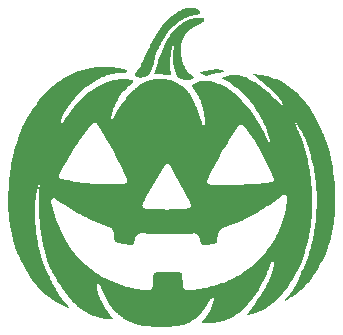
<source format=gbr>
%TF.GenerationSoftware,KiCad,Pcbnew,9.0.2*%
%TF.CreationDate,2025-10-05T19:09:32-07:00*%
%TF.ProjectId,PumpkinPCB,50756d70-6b69-46e5-9043-422e6b696361,rev?*%
%TF.SameCoordinates,Original*%
%TF.FileFunction,Copper,L1,Top*%
%TF.FilePolarity,Positive*%
%FSLAX46Y46*%
G04 Gerber Fmt 4.6, Leading zero omitted, Abs format (unit mm)*
G04 Created by KiCad (PCBNEW 9.0.2) date 2025-10-05 19:09:32*
%MOMM*%
%LPD*%
G01*
G04 APERTURE LIST*
%TA.AperFunction,NonConductor*%
%ADD10C,0.000000*%
%TD*%
G04 APERTURE END LIST*
D10*
%TA.AperFunction,NonConductor*%
G36*
X148240000Y-78270000D02*
G01*
X148321967Y-78280049D01*
X148403523Y-78295146D01*
X148487669Y-78315199D01*
X148577402Y-78340115D01*
X148785635Y-78404162D01*
X148785635Y-78435912D01*
X148716116Y-78459965D01*
X148646391Y-78482464D01*
X148576430Y-78503584D01*
X148506205Y-78523501D01*
X148435686Y-78542392D01*
X148364843Y-78560432D01*
X148222072Y-78594662D01*
X148133071Y-78615621D01*
X147876899Y-78674744D01*
X147748560Y-78703160D01*
X147619970Y-78730468D01*
X147580870Y-78738889D01*
X147561634Y-78743326D01*
X147542538Y-78748018D01*
X147523531Y-78753044D01*
X147504561Y-78758481D01*
X147485575Y-78764407D01*
X147466521Y-78770900D01*
X147441477Y-78777925D01*
X147415708Y-78783768D01*
X147389330Y-78788430D01*
X147362460Y-78791915D01*
X147335214Y-78794224D01*
X147307711Y-78795361D01*
X147280065Y-78795329D01*
X147252395Y-78794128D01*
X147224817Y-78791763D01*
X147197448Y-78788236D01*
X147170404Y-78783549D01*
X147143803Y-78777704D01*
X147117761Y-78770706D01*
X147092396Y-78762555D01*
X147067823Y-78753254D01*
X147044160Y-78742807D01*
X147018649Y-78727707D01*
X146993533Y-78712191D01*
X146968772Y-78696263D01*
X146944326Y-78679925D01*
X146920154Y-78663181D01*
X146896217Y-78646033D01*
X146872474Y-78628484D01*
X146848885Y-78610537D01*
X146814221Y-78583871D01*
X146804307Y-78575713D01*
X146794523Y-78567400D01*
X146784853Y-78558949D01*
X146775286Y-78550380D01*
X146765806Y-78541710D01*
X146756401Y-78532960D01*
X146737760Y-78515287D01*
X146737760Y-78467662D01*
X147209486Y-78382530D01*
X147571574Y-78320943D01*
X147719004Y-78298745D01*
X147848024Y-78282154D01*
X147961633Y-78271078D01*
X148062833Y-78265422D01*
X148154622Y-78265094D01*
X148240000Y-78270000D01*
G37*
%TD.AperFunction*%
%TA.AperFunction,NonConductor*%
G36*
X146050000Y-73050000D02*
G01*
X146094286Y-73051268D01*
X146138849Y-73053758D01*
X146183539Y-73057587D01*
X146228205Y-73062871D01*
X146272695Y-73069729D01*
X146316861Y-73078277D01*
X146360550Y-73088632D01*
X146403613Y-73100913D01*
X146445899Y-73115236D01*
X146487257Y-73131718D01*
X146527536Y-73150476D01*
X146566587Y-73171629D01*
X146604258Y-73195293D01*
X146640399Y-73221585D01*
X146674859Y-73250622D01*
X146685301Y-73262360D01*
X146695107Y-73273737D01*
X146704288Y-73284846D01*
X146712856Y-73295777D01*
X146720820Y-73306621D01*
X146728193Y-73317469D01*
X146734985Y-73328411D01*
X146741207Y-73339539D01*
X146746869Y-73350944D01*
X146751984Y-73362715D01*
X146756562Y-73374945D01*
X146760613Y-73387724D01*
X146764149Y-73401142D01*
X146767181Y-73415291D01*
X146769720Y-73430262D01*
X146771776Y-73446145D01*
X146769747Y-73465225D01*
X146768800Y-73473113D01*
X146767823Y-73480097D01*
X146766759Y-73486324D01*
X146765550Y-73491945D01*
X146764141Y-73497106D01*
X146762475Y-73501956D01*
X146760495Y-73506643D01*
X146758145Y-73511316D01*
X146755368Y-73516122D01*
X146752106Y-73521210D01*
X146748304Y-73526729D01*
X146743905Y-73532826D01*
X146733088Y-73547348D01*
X146716614Y-73559453D01*
X146700132Y-73570556D01*
X146683609Y-73580712D01*
X146667013Y-73589976D01*
X146650311Y-73598403D01*
X146633471Y-73606047D01*
X146616461Y-73612965D01*
X146599247Y-73619209D01*
X146581797Y-73624836D01*
X146564078Y-73629899D01*
X146546059Y-73634455D01*
X146527706Y-73638557D01*
X146508987Y-73642260D01*
X146489869Y-73645620D01*
X146450308Y-73651528D01*
X146331189Y-73671552D01*
X146213666Y-73694923D01*
X146097734Y-73721673D01*
X145983390Y-73751838D01*
X145870630Y-73785453D01*
X145759451Y-73822551D01*
X145649849Y-73863166D01*
X145541821Y-73907334D01*
X145435363Y-73955089D01*
X145330471Y-74006465D01*
X145227143Y-74061497D01*
X145125374Y-74120218D01*
X145025161Y-74182664D01*
X144926501Y-74248869D01*
X144829389Y-74318866D01*
X144733823Y-74392692D01*
X144705835Y-74415039D01*
X144618742Y-74487172D01*
X144533294Y-74561657D01*
X144449817Y-74638552D01*
X144368636Y-74717914D01*
X144329008Y-74758537D01*
X144290075Y-74799799D01*
X144251879Y-74841706D01*
X144214459Y-74884265D01*
X144177857Y-74927484D01*
X144142112Y-74971370D01*
X144107266Y-75015929D01*
X144073360Y-75061169D01*
X144054826Y-75086084D01*
X144036141Y-75110878D01*
X143998493Y-75160277D01*
X143947570Y-75228635D01*
X143897944Y-75297651D01*
X143849530Y-75367336D01*
X143802240Y-75437702D01*
X143755987Y-75508759D01*
X143710682Y-75580519D01*
X143666240Y-75652992D01*
X143622573Y-75726189D01*
X143601015Y-75762812D01*
X143533629Y-75882397D01*
X143469971Y-76003267D01*
X143409770Y-76125345D01*
X143352758Y-76248553D01*
X143298663Y-76372814D01*
X143247218Y-76498050D01*
X143151197Y-76751138D01*
X143062536Y-77007199D01*
X142979080Y-77265612D01*
X142819155Y-77787017D01*
X142746889Y-78022695D01*
X142689931Y-78202375D01*
X142665601Y-78274599D01*
X142643188Y-78336883D01*
X142622054Y-78390580D01*
X142601562Y-78437043D01*
X142581076Y-78477625D01*
X142559959Y-78513680D01*
X142537573Y-78546559D01*
X142513282Y-78577616D01*
X142486449Y-78608205D01*
X142456436Y-78639678D01*
X142384326Y-78710688D01*
X142358342Y-78737660D01*
X142322856Y-78769492D01*
X142285738Y-78798583D01*
X142247118Y-78825023D01*
X142207124Y-78848905D01*
X142165884Y-78870319D01*
X142123528Y-78889356D01*
X142080183Y-78906109D01*
X142035977Y-78920669D01*
X141991040Y-78933127D01*
X141945500Y-78943574D01*
X141899485Y-78952102D01*
X141853124Y-78958802D01*
X141806545Y-78963765D01*
X141759877Y-78967083D01*
X141713248Y-78968848D01*
X141666787Y-78969150D01*
X141635489Y-78966436D01*
X141604208Y-78962880D01*
X141573018Y-78958419D01*
X141541993Y-78952992D01*
X141511208Y-78946538D01*
X141480736Y-78938994D01*
X141450652Y-78930299D01*
X141421030Y-78920391D01*
X141391943Y-78909209D01*
X141363467Y-78896690D01*
X141335675Y-78882774D01*
X141308642Y-78867398D01*
X141282441Y-78850500D01*
X141257147Y-78832020D01*
X141232834Y-78811895D01*
X141209576Y-78790063D01*
X141208038Y-78782378D01*
X141206783Y-78775013D01*
X141205819Y-78767931D01*
X141205159Y-78761093D01*
X141204814Y-78754461D01*
X141204796Y-78747998D01*
X141205114Y-78741666D01*
X141205781Y-78735426D01*
X141206807Y-78729241D01*
X141208204Y-78723072D01*
X141209983Y-78716883D01*
X141212156Y-78710634D01*
X141214733Y-78704288D01*
X141217725Y-78697807D01*
X141221144Y-78691153D01*
X141225001Y-78684288D01*
X141233464Y-78672718D01*
X141242018Y-78661239D01*
X141259374Y-78638509D01*
X141277020Y-78615999D01*
X141294904Y-78593610D01*
X141347738Y-78525221D01*
X141374557Y-78490439D01*
X141451037Y-78386019D01*
X141524477Y-78279328D01*
X141595068Y-78170557D01*
X141663002Y-78059896D01*
X141728468Y-77947535D01*
X141791657Y-77833666D01*
X141911966Y-77602163D01*
X142025454Y-77366910D01*
X142133645Y-77129432D01*
X142340235Y-76653892D01*
X142373595Y-76577174D01*
X142407631Y-76500827D01*
X142442491Y-76424852D01*
X142478320Y-76349251D01*
X142511104Y-76280480D01*
X142543695Y-76211615D01*
X142686941Y-75920926D01*
X142838218Y-75637205D01*
X142917221Y-75498051D01*
X142998656Y-75360752D01*
X143082663Y-75225345D01*
X143169384Y-75091867D01*
X143258959Y-74960356D01*
X143351531Y-74830850D01*
X143447239Y-74703386D01*
X143546226Y-74578002D01*
X143648632Y-74454735D01*
X143754598Y-74333623D01*
X143864266Y-74214703D01*
X143977776Y-74098012D01*
X144019575Y-74055626D01*
X144055598Y-74020150D01*
X144092062Y-73985449D01*
X144128985Y-73951451D01*
X144166383Y-73918082D01*
X144204274Y-73885270D01*
X144242674Y-73852941D01*
X144281602Y-73821023D01*
X144321073Y-73789442D01*
X144357268Y-73760276D01*
X144475523Y-73667342D01*
X144596454Y-73577272D01*
X144720177Y-73490809D01*
X144783122Y-73449162D01*
X144846807Y-73408695D01*
X144911248Y-73369500D01*
X144976459Y-73331671D01*
X145042454Y-73295300D01*
X145109248Y-73260480D01*
X145176855Y-73227304D01*
X145245289Y-73195865D01*
X145314565Y-73166255D01*
X145384698Y-73138566D01*
X145416257Y-73126141D01*
X145450230Y-73114018D01*
X145484220Y-73103268D01*
X145518243Y-73093807D01*
X145552313Y-73085552D01*
X145586444Y-73078419D01*
X145620651Y-73072326D01*
X145654949Y-73067189D01*
X145689351Y-73062925D01*
X145758529Y-73056684D01*
X145828300Y-73052937D01*
X145898781Y-73051018D01*
X145970089Y-73050262D01*
X146006141Y-73049836D01*
X146050000Y-73050000D01*
G37*
%TD.AperFunction*%
%TA.AperFunction,NonConductor*%
G36*
X146812106Y-73912419D02*
G01*
X146882160Y-73913412D01*
X146910437Y-73914395D01*
X146934941Y-73915825D01*
X146956215Y-73917795D01*
X146974805Y-73920396D01*
X146991255Y-73923720D01*
X147006110Y-73927861D01*
X147019915Y-73932909D01*
X147033214Y-73938957D01*
X147046551Y-73946096D01*
X147060473Y-73954420D01*
X147092244Y-73974989D01*
X147098001Y-73984521D01*
X147103203Y-73993718D01*
X147107873Y-74002643D01*
X147112035Y-74011359D01*
X147115712Y-74019930D01*
X147118929Y-74028420D01*
X147121708Y-74036891D01*
X147124074Y-74045409D01*
X147126050Y-74054036D01*
X147127659Y-74062836D01*
X147128926Y-74071872D01*
X147129874Y-74081209D01*
X147130527Y-74090909D01*
X147130908Y-74101036D01*
X147131040Y-74111654D01*
X147130948Y-74122827D01*
X147121319Y-74135844D01*
X147111529Y-74148453D01*
X147101567Y-74160677D01*
X147091421Y-74172541D01*
X147081080Y-74184068D01*
X147070535Y-74195282D01*
X147059772Y-74206207D01*
X147048783Y-74216867D01*
X147037555Y-74227285D01*
X147026077Y-74237487D01*
X147014339Y-74247494D01*
X147002329Y-74257333D01*
X146990037Y-74267025D01*
X146977451Y-74276596D01*
X146951354Y-74295467D01*
X146922064Y-74316116D01*
X146899164Y-74331482D01*
X146876041Y-74346360D01*
X146829176Y-74374788D01*
X146781565Y-74401666D01*
X146733303Y-74427261D01*
X146684484Y-74451842D01*
X146635203Y-74475674D01*
X146535636Y-74522165D01*
X146440992Y-74566674D01*
X146347917Y-74612428D01*
X146256531Y-74660058D01*
X146166956Y-74710191D01*
X146122886Y-74736393D01*
X146079314Y-74763456D01*
X146036256Y-74791459D01*
X145993726Y-74820482D01*
X145951740Y-74850601D01*
X145910314Y-74881897D01*
X145869461Y-74914447D01*
X145829198Y-74948330D01*
X145789875Y-74981254D01*
X145733994Y-75031617D01*
X145680215Y-75084485D01*
X145628623Y-75139722D01*
X145579297Y-75197194D01*
X145532322Y-75256765D01*
X145487779Y-75318301D01*
X145445750Y-75381665D01*
X145406318Y-75446723D01*
X145369564Y-75513340D01*
X145335571Y-75581381D01*
X145304422Y-75650710D01*
X145276197Y-75721193D01*
X145250981Y-75792694D01*
X145228854Y-75865078D01*
X145209899Y-75938210D01*
X145194198Y-76011955D01*
X145181482Y-76074026D01*
X145170511Y-76133549D01*
X145161023Y-76192966D01*
X145152937Y-76252356D01*
X145146172Y-76311800D01*
X145140646Y-76371377D01*
X145136280Y-76431166D01*
X145132990Y-76491249D01*
X145130698Y-76551704D01*
X145128714Y-76604664D01*
X145128865Y-76743068D01*
X145134745Y-76880354D01*
X145146424Y-77016344D01*
X145163969Y-77150859D01*
X145187450Y-77283722D01*
X145216935Y-77414753D01*
X145252493Y-77543776D01*
X145294193Y-77670612D01*
X145342103Y-77795083D01*
X145396292Y-77917011D01*
X145456829Y-78036217D01*
X145523783Y-78152524D01*
X145597222Y-78265754D01*
X145677215Y-78375728D01*
X145763831Y-78482268D01*
X145857138Y-78585197D01*
X145895937Y-78623927D01*
X145935397Y-78661390D01*
X145975572Y-78697689D01*
X146016513Y-78732925D01*
X146058275Y-78767202D01*
X146100912Y-78800621D01*
X146144476Y-78833285D01*
X146189021Y-78865295D01*
X146222469Y-78889425D01*
X146252441Y-78910317D01*
X146256183Y-78914317D01*
X146259457Y-78917913D01*
X146262296Y-78921231D01*
X146263562Y-78922825D01*
X146264730Y-78924396D01*
X146265805Y-78925961D01*
X146266790Y-78927536D01*
X146267690Y-78929136D01*
X146268508Y-78930776D01*
X146269248Y-78932473D01*
X146269915Y-78934243D01*
X146270511Y-78936100D01*
X146271041Y-78938062D01*
X146271508Y-78940143D01*
X146271918Y-78942360D01*
X146272273Y-78944728D01*
X146272577Y-78947263D01*
X146272834Y-78949981D01*
X146273049Y-78952898D01*
X146273225Y-78956029D01*
X146273366Y-78959390D01*
X146273558Y-78966865D01*
X146273656Y-78975450D01*
X146273698Y-78996454D01*
X146099073Y-79073845D01*
X146049527Y-79095975D01*
X146002629Y-79115602D01*
X145956301Y-79132967D01*
X145910452Y-79148049D01*
X145864990Y-79160822D01*
X145819824Y-79171263D01*
X145774862Y-79179350D01*
X145730012Y-79185057D01*
X145685182Y-79188363D01*
X145640281Y-79189244D01*
X145595217Y-79187675D01*
X145549899Y-79183634D01*
X145504234Y-79177096D01*
X145458131Y-79168040D01*
X145411498Y-79156440D01*
X145364244Y-79142274D01*
X145316277Y-79125518D01*
X145285638Y-79113370D01*
X145255094Y-79101019D01*
X145194198Y-79075830D01*
X145150208Y-79057557D01*
X145084778Y-79029738D01*
X145019573Y-79001408D01*
X144979028Y-78983706D01*
X144953451Y-78971377D01*
X144929953Y-78958601D01*
X144908381Y-78945311D01*
X144888583Y-78931439D01*
X144870406Y-78916917D01*
X144853698Y-78901677D01*
X144838305Y-78885652D01*
X144824076Y-78868772D01*
X144810858Y-78850970D01*
X144798498Y-78832178D01*
X144786845Y-78812328D01*
X144775744Y-78791352D01*
X144765044Y-78769182D01*
X144754592Y-78745751D01*
X144744236Y-78720989D01*
X144733823Y-78694829D01*
X144720901Y-78655087D01*
X144708401Y-78615256D01*
X144696285Y-78575306D01*
X144684515Y-78535207D01*
X144676577Y-78507826D01*
X144673567Y-78498074D01*
X144670714Y-78489578D01*
X144667657Y-78481313D01*
X144664033Y-78472252D01*
X144653638Y-78447640D01*
X144649995Y-78437965D01*
X144646612Y-78428284D01*
X144643471Y-78418594D01*
X144640551Y-78408891D01*
X144635300Y-78389430D01*
X144630703Y-78369870D01*
X144626604Y-78350180D01*
X144622849Y-78330328D01*
X144615745Y-78290017D01*
X144613150Y-78276778D01*
X144610998Y-78266384D01*
X144610000Y-78261975D01*
X144609005Y-78257942D01*
X144607978Y-78254173D01*
X144606884Y-78250556D01*
X144605688Y-78246980D01*
X144604353Y-78243332D01*
X144602843Y-78239502D01*
X144601125Y-78235376D01*
X144596915Y-78225794D01*
X144591440Y-78213690D01*
X144550469Y-78091700D01*
X144518146Y-77963947D01*
X144493743Y-77831208D01*
X144476530Y-77694259D01*
X144465778Y-77553876D01*
X144460757Y-77410834D01*
X144460740Y-77265909D01*
X144464996Y-77119877D01*
X144483411Y-76827594D01*
X144510171Y-76540193D01*
X144565389Y-76004859D01*
X144567989Y-75973897D01*
X144570220Y-75943051D01*
X144572067Y-75912277D01*
X144573517Y-75881532D01*
X144574557Y-75850770D01*
X144575172Y-75819949D01*
X144575348Y-75789025D01*
X144575073Y-75757955D01*
X144521876Y-75913831D01*
X144473306Y-76070083D01*
X144429261Y-76226932D01*
X144389643Y-76384602D01*
X144354352Y-76543317D01*
X144323289Y-76703298D01*
X144296354Y-76864770D01*
X144273448Y-77027955D01*
X144269241Y-77059276D01*
X144259163Y-77145181D01*
X144251354Y-77231006D01*
X144245539Y-77316804D01*
X144241442Y-77402630D01*
X144238788Y-77488537D01*
X144237302Y-77574579D01*
X144236729Y-77747283D01*
X144236745Y-77804290D01*
X144237398Y-77907455D01*
X144239269Y-78010138D01*
X144242516Y-78112464D01*
X144247294Y-78214557D01*
X144253760Y-78316540D01*
X144262070Y-78418538D01*
X144272380Y-78520675D01*
X144284846Y-78623075D01*
X144286742Y-78642083D01*
X144288189Y-78660967D01*
X144289221Y-78679773D01*
X144289871Y-78698544D01*
X144290172Y-78717328D01*
X144290159Y-78736169D01*
X144289865Y-78755113D01*
X144289323Y-78774204D01*
X144226451Y-78767296D01*
X144163682Y-78759851D01*
X144100976Y-78751891D01*
X144038292Y-78743439D01*
X143955349Y-78732855D01*
X143872334Y-78723412D01*
X143789225Y-78714815D01*
X143705996Y-78706768D01*
X143652104Y-78701120D01*
X143598520Y-78694558D01*
X143571791Y-78690876D01*
X143545076Y-78686897D01*
X143518354Y-78682597D01*
X143491604Y-78677955D01*
X143447673Y-78671399D01*
X143403656Y-78666254D01*
X143359562Y-78662297D01*
X143315398Y-78659309D01*
X143271170Y-78657068D01*
X143226886Y-78655353D01*
X143138179Y-78652618D01*
X143076203Y-78650147D01*
X143045468Y-78648412D01*
X143014834Y-78646230D01*
X142984253Y-78643517D01*
X142953674Y-78640186D01*
X142923047Y-78636152D01*
X142892323Y-78631330D01*
X142896654Y-78599299D01*
X142901857Y-78567517D01*
X142907867Y-78535964D01*
X142914617Y-78504619D01*
X142930072Y-78442469D01*
X142947693Y-78380905D01*
X142966951Y-78319762D01*
X142987315Y-78258877D01*
X143029245Y-78137220D01*
X143075028Y-78001616D01*
X143105143Y-77912430D01*
X143132985Y-77829186D01*
X143160343Y-77745806D01*
X143213792Y-77578611D01*
X143289669Y-77343939D01*
X143369206Y-77110584D01*
X143410780Y-76994558D01*
X143453788Y-76879050D01*
X143498404Y-76764124D01*
X143544801Y-76649844D01*
X143554876Y-76625174D01*
X143564808Y-76600459D01*
X143584362Y-76550895D01*
X143674305Y-76334868D01*
X143722274Y-76228477D01*
X143772285Y-76123222D01*
X143824368Y-76019147D01*
X143878558Y-75916294D01*
X143934885Y-75814704D01*
X143993381Y-75714419D01*
X144054080Y-75615483D01*
X144117012Y-75517937D01*
X144182211Y-75421822D01*
X144249708Y-75327182D01*
X144319536Y-75234058D01*
X144391726Y-75142492D01*
X144466311Y-75052527D01*
X144543323Y-74964205D01*
X144565183Y-74939376D01*
X144640263Y-74856601D01*
X144718108Y-74775761D01*
X144798642Y-74697090D01*
X144881792Y-74620822D01*
X144967482Y-74547190D01*
X145055639Y-74476427D01*
X145146186Y-74408767D01*
X145239051Y-74344443D01*
X145334157Y-74283689D01*
X145431430Y-74226738D01*
X145530796Y-74173823D01*
X145632180Y-74125178D01*
X145735507Y-74081037D01*
X145840702Y-74041632D01*
X145947692Y-74007198D01*
X146056401Y-73977967D01*
X146087723Y-73970323D01*
X146158714Y-73955264D01*
X146229591Y-73942714D01*
X146300464Y-73932538D01*
X146371444Y-73924599D01*
X146442643Y-73918760D01*
X146514173Y-73914885D01*
X146586143Y-73912838D01*
X146658667Y-73912483D01*
X146720420Y-73912110D01*
X146812106Y-73912419D01*
G37*
%TD.AperFunction*%
%TA.AperFunction,NonConductor*%
G36*
X138850000Y-78050000D02*
G01*
X138921737Y-78052128D01*
X138993423Y-78055340D01*
X139065058Y-78059497D01*
X139136638Y-78064459D01*
X139279630Y-78076240D01*
X139393103Y-78087209D01*
X139506350Y-78099879D01*
X139619362Y-78114253D01*
X139732135Y-78130335D01*
X139844662Y-78148128D01*
X139956937Y-78167636D01*
X140068955Y-78188864D01*
X140180710Y-78211814D01*
X140202022Y-78216520D01*
X140223219Y-78221519D01*
X140244286Y-78226879D01*
X140265211Y-78232669D01*
X140285980Y-78238957D01*
X140306581Y-78245813D01*
X140327000Y-78253304D01*
X140347223Y-78261501D01*
X140362709Y-78267770D01*
X140378328Y-78273504D01*
X140394082Y-78278731D01*
X140409969Y-78283482D01*
X140425990Y-78287786D01*
X140442146Y-78291674D01*
X140458435Y-78295175D01*
X140474858Y-78298320D01*
X140487338Y-78300761D01*
X140499777Y-78303528D01*
X140512175Y-78306574D01*
X140524535Y-78309854D01*
X140536858Y-78313319D01*
X140549145Y-78316924D01*
X140573617Y-78324364D01*
X140575424Y-78324974D01*
X140577188Y-78325669D01*
X140578908Y-78326446D01*
X140580582Y-78327304D01*
X140582211Y-78328239D01*
X140583792Y-78329247D01*
X140585326Y-78330328D01*
X140586811Y-78331476D01*
X140588246Y-78332691D01*
X140589632Y-78333969D01*
X140590966Y-78335306D01*
X140592248Y-78336701D01*
X140593477Y-78338151D01*
X140594653Y-78339652D01*
X140595774Y-78341202D01*
X140596839Y-78342798D01*
X140597849Y-78344438D01*
X140598801Y-78346117D01*
X140599696Y-78347835D01*
X140600531Y-78349587D01*
X140601307Y-78351371D01*
X140602023Y-78353184D01*
X140602677Y-78355024D01*
X140603269Y-78356887D01*
X140603799Y-78358771D01*
X140604264Y-78360673D01*
X140604664Y-78362589D01*
X140605000Y-78364518D01*
X140605268Y-78366457D01*
X140605470Y-78368402D01*
X140605603Y-78370351D01*
X140605667Y-78372300D01*
X140605574Y-78382649D01*
X140604883Y-78392682D01*
X140603604Y-78402405D01*
X140601746Y-78411823D01*
X140599317Y-78420941D01*
X140596328Y-78429764D01*
X140592786Y-78438295D01*
X140588701Y-78446541D01*
X140584083Y-78454506D01*
X140578939Y-78462195D01*
X140573280Y-78469613D01*
X140567114Y-78476765D01*
X140560450Y-78483655D01*
X140553298Y-78490288D01*
X140545666Y-78496669D01*
X140537564Y-78502804D01*
X140532257Y-78506504D01*
X140526872Y-78510042D01*
X140521411Y-78513420D01*
X140515875Y-78516635D01*
X140510264Y-78519687D01*
X140504580Y-78522576D01*
X140498824Y-78525300D01*
X140492995Y-78527860D01*
X140487096Y-78530254D01*
X140481127Y-78532481D01*
X140475090Y-78534542D01*
X140468984Y-78536436D01*
X140462812Y-78538161D01*
X140456573Y-78539717D01*
X140450270Y-78541104D01*
X140443902Y-78542320D01*
X140426212Y-78545211D01*
X140408498Y-78547674D01*
X140390751Y-78549683D01*
X140372961Y-78551213D01*
X140355118Y-78552236D01*
X140337214Y-78552728D01*
X140319240Y-78552661D01*
X140301185Y-78552010D01*
X140230632Y-78549423D01*
X140160171Y-78548905D01*
X140089792Y-78550248D01*
X140019484Y-78553243D01*
X139949235Y-78557681D01*
X139879035Y-78563355D01*
X139808872Y-78570055D01*
X139738734Y-78577574D01*
X139593297Y-78596826D01*
X139449360Y-78621785D01*
X139306864Y-78652191D01*
X139165746Y-78687783D01*
X139025945Y-78728302D01*
X138887401Y-78773486D01*
X138750050Y-78823076D01*
X138613832Y-78876811D01*
X138465124Y-78940533D01*
X138318621Y-79008358D01*
X138174240Y-79080115D01*
X138031894Y-79155636D01*
X137891498Y-79234750D01*
X137752965Y-79317290D01*
X137616212Y-79403086D01*
X137481151Y-79491967D01*
X137376003Y-79564250D01*
X137272483Y-79638327D01*
X137170575Y-79714183D01*
X137070266Y-79791800D01*
X136971542Y-79871162D01*
X136874390Y-79952253D01*
X136778794Y-80035055D01*
X136684742Y-80119551D01*
X136592219Y-80205726D01*
X136501211Y-80293561D01*
X136411704Y-80383042D01*
X136323685Y-80474150D01*
X136237139Y-80566869D01*
X136152052Y-80661182D01*
X135986202Y-80854525D01*
X135891458Y-80970909D01*
X135799001Y-81088936D01*
X135708785Y-81208567D01*
X135620760Y-81329763D01*
X135534878Y-81452484D01*
X135451091Y-81576691D01*
X135369350Y-81702345D01*
X135289608Y-81829408D01*
X135272368Y-81857879D01*
X135263918Y-81872232D01*
X135255635Y-81886677D01*
X135247560Y-81901227D01*
X135239735Y-81915892D01*
X135232200Y-81930684D01*
X135224996Y-81945613D01*
X135169446Y-82066707D01*
X135115996Y-82188680D01*
X135090213Y-82250065D01*
X135065139Y-82311753D01*
X135040836Y-82373773D01*
X135017367Y-82436151D01*
X135008311Y-82461412D01*
X134999661Y-82486823D01*
X134983248Y-82537975D01*
X134951629Y-82640764D01*
X134949963Y-82646344D01*
X134948475Y-82651952D01*
X134947161Y-82657586D01*
X134946015Y-82663242D01*
X134945035Y-82668918D01*
X134944214Y-82674613D01*
X134943550Y-82680323D01*
X134943036Y-82686047D01*
X134942670Y-82691782D01*
X134942446Y-82697526D01*
X134942361Y-82703277D01*
X134942409Y-82709031D01*
X134942586Y-82714788D01*
X134942888Y-82720544D01*
X134943850Y-82732045D01*
X134944153Y-82734519D01*
X134944524Y-82736998D01*
X134944962Y-82739479D01*
X134945465Y-82741959D01*
X134946029Y-82744436D01*
X134946654Y-82746907D01*
X134947337Y-82749368D01*
X134948077Y-82751817D01*
X134948870Y-82754252D01*
X134949715Y-82756668D01*
X134951552Y-82761437D01*
X134953571Y-82766101D01*
X134955756Y-82770637D01*
X134957718Y-82774255D01*
X134959878Y-82777726D01*
X134962226Y-82781046D01*
X134964753Y-82784215D01*
X134967450Y-82787229D01*
X134970308Y-82790086D01*
X134973318Y-82792784D01*
X134976471Y-82795320D01*
X134979757Y-82797693D01*
X134983168Y-82799899D01*
X134986695Y-82801936D01*
X134990328Y-82803803D01*
X134994059Y-82805496D01*
X134997877Y-82807013D01*
X135001775Y-82808352D01*
X135005743Y-82809511D01*
X135009771Y-82810487D01*
X135013852Y-82811278D01*
X135017975Y-82811882D01*
X135022132Y-82812295D01*
X135026313Y-82812517D01*
X135030510Y-82812543D01*
X135034714Y-82812373D01*
X135038914Y-82812004D01*
X135043103Y-82811433D01*
X135047270Y-82810658D01*
X135051408Y-82809677D01*
X135055506Y-82808487D01*
X135059556Y-82807086D01*
X135063549Y-82805472D01*
X135067475Y-82803642D01*
X135071326Y-82801593D01*
X135075733Y-82799039D01*
X135080122Y-82796372D01*
X135084458Y-82793582D01*
X135088709Y-82790659D01*
X135090792Y-82789146D01*
X135092841Y-82787596D01*
X135094852Y-82786008D01*
X135096820Y-82784382D01*
X135098742Y-82782715D01*
X135100613Y-82781007D01*
X135102430Y-82779257D01*
X135104187Y-82777464D01*
X135121709Y-82758751D01*
X135130407Y-82749327D01*
X135138993Y-82739812D01*
X135147416Y-82730170D01*
X135155622Y-82720367D01*
X135163561Y-82710367D01*
X135167413Y-82705283D01*
X135171180Y-82700136D01*
X135212784Y-82641674D01*
X135253988Y-82582947D01*
X135294744Y-82523922D01*
X135335009Y-82464567D01*
X135429396Y-82324220D01*
X135524545Y-82184405D01*
X135620974Y-82045484D01*
X135719200Y-81907815D01*
X135832132Y-81755126D01*
X135947782Y-81604773D01*
X136066274Y-81456864D01*
X136187737Y-81311505D01*
X136312297Y-81168801D01*
X136440079Y-81028859D01*
X136571210Y-80891786D01*
X136705816Y-80757687D01*
X136831453Y-80638245D01*
X136959573Y-80521911D01*
X137090244Y-80408777D01*
X137223539Y-80298931D01*
X137359528Y-80192464D01*
X137498281Y-80089465D01*
X137639869Y-79990024D01*
X137784363Y-79894230D01*
X137925979Y-79805777D01*
X138069647Y-79721490D01*
X138215441Y-79641532D01*
X138363432Y-79566068D01*
X138513692Y-79495262D01*
X138666295Y-79429278D01*
X138821311Y-79368279D01*
X138978814Y-79312429D01*
X139070301Y-79282807D01*
X139162247Y-79255149D01*
X139254666Y-79229471D01*
X139347570Y-79205787D01*
X139440973Y-79184112D01*
X139534888Y-79164461D01*
X139629327Y-79146850D01*
X139724304Y-79131292D01*
X139798030Y-79120859D01*
X139871825Y-79112004D01*
X139945697Y-79104637D01*
X140019650Y-79098669D01*
X140093693Y-79094011D01*
X140167833Y-79090573D01*
X140242074Y-79088266D01*
X140316426Y-79087001D01*
X140357730Y-79087035D01*
X140398896Y-79087959D01*
X140480824Y-79092409D01*
X140562235Y-79100211D01*
X140643153Y-79111226D01*
X140723603Y-79125313D01*
X140803607Y-79142335D01*
X140883192Y-79162151D01*
X140962380Y-79184622D01*
X140984364Y-79191398D01*
X141006274Y-79198468D01*
X141049930Y-79213236D01*
X141137005Y-79243517D01*
X141137762Y-79243823D01*
X141138485Y-79244203D01*
X141139173Y-79244653D01*
X141139825Y-79245168D01*
X141140442Y-79245744D01*
X141141021Y-79246376D01*
X141141564Y-79247061D01*
X141142067Y-79247794D01*
X141142533Y-79248570D01*
X141142958Y-79249386D01*
X141143344Y-79250237D01*
X141143688Y-79251119D01*
X141143991Y-79252027D01*
X141144252Y-79252958D01*
X141144470Y-79253906D01*
X141144645Y-79254869D01*
X141144775Y-79255840D01*
X141144861Y-79256816D01*
X141144900Y-79257793D01*
X141144894Y-79258767D01*
X141144841Y-79259732D01*
X141144741Y-79260686D01*
X141144592Y-79261623D01*
X141144394Y-79262539D01*
X141144147Y-79263430D01*
X141143849Y-79264291D01*
X141143501Y-79265119D01*
X141143101Y-79265909D01*
X141142649Y-79266656D01*
X141142145Y-79267357D01*
X141141586Y-79268007D01*
X141140974Y-79268601D01*
X141125605Y-79282067D01*
X141110176Y-79295476D01*
X141094628Y-79308706D01*
X141086791Y-79315216D01*
X141078902Y-79321637D01*
X140985610Y-79398060D01*
X140893886Y-79476159D01*
X140803781Y-79555984D01*
X140715345Y-79637587D01*
X140628627Y-79721021D01*
X140543679Y-79806338D01*
X140460551Y-79893590D01*
X140379291Y-79982828D01*
X140280955Y-80096530D01*
X140186574Y-80212315D01*
X140096158Y-80330188D01*
X140009719Y-80450156D01*
X139927267Y-80572226D01*
X139848815Y-80696403D01*
X139774371Y-80822693D01*
X139703949Y-80951104D01*
X139637557Y-81081642D01*
X139575208Y-81214311D01*
X139516912Y-81349120D01*
X139462681Y-81486074D01*
X139412524Y-81625180D01*
X139366454Y-81766443D01*
X139324480Y-81909871D01*
X139286615Y-82055468D01*
X139271889Y-82117818D01*
X139258013Y-82180318D01*
X139244899Y-82242955D01*
X139232461Y-82305718D01*
X139209261Y-82431564D01*
X139187713Y-82557753D01*
X139179022Y-82608176D01*
X139174676Y-82633410D01*
X139170568Y-82658718D01*
X139169988Y-82662190D01*
X139169439Y-82665924D01*
X139169232Y-82667827D01*
X139169099Y-82669721D01*
X139169063Y-82671582D01*
X139169146Y-82673383D01*
X139169370Y-82675100D01*
X139169541Y-82675920D01*
X139169757Y-82676709D01*
X139170019Y-82677466D01*
X139170330Y-82678185D01*
X139170693Y-82678865D01*
X139171111Y-82679502D01*
X139171587Y-82680094D01*
X139172122Y-82680636D01*
X139172721Y-82681127D01*
X139173386Y-82681562D01*
X139174120Y-82681939D01*
X139174925Y-82682255D01*
X139175804Y-82682506D01*
X139176760Y-82682690D01*
X139177412Y-82682762D01*
X139178086Y-82682771D01*
X139178781Y-82682720D01*
X139179494Y-82682612D01*
X139180225Y-82682448D01*
X139180971Y-82682232D01*
X139181731Y-82681965D01*
X139182502Y-82681650D01*
X139184073Y-82680888D01*
X139185670Y-82679963D01*
X139187278Y-82678897D01*
X139188884Y-82677709D01*
X139190473Y-82676418D01*
X139192031Y-82675045D01*
X139193545Y-82673609D01*
X139194998Y-82672130D01*
X139196379Y-82670628D01*
X139197671Y-82669122D01*
X139198862Y-82667633D01*
X139199937Y-82666180D01*
X139294949Y-82529394D01*
X139341584Y-82460431D01*
X139387579Y-82391046D01*
X139432890Y-82321207D01*
X139477471Y-82250882D01*
X139521279Y-82180040D01*
X139564268Y-82108649D01*
X139741493Y-81808632D01*
X139919551Y-81509210D01*
X140043484Y-81310660D01*
X140173392Y-81116881D01*
X140309343Y-80927929D01*
X140451403Y-80743856D01*
X140599639Y-80564717D01*
X140754119Y-80390565D01*
X140914909Y-80221456D01*
X141082077Y-80057441D01*
X141143927Y-79999701D01*
X141206596Y-79942915D01*
X141270069Y-79887071D01*
X141334331Y-79832155D01*
X141399366Y-79778153D01*
X141465161Y-79725054D01*
X141531699Y-79672844D01*
X141598967Y-79621510D01*
X141651191Y-79583253D01*
X141704151Y-79546511D01*
X141757838Y-79511265D01*
X141812238Y-79477494D01*
X141867342Y-79445178D01*
X141923137Y-79414296D01*
X141979614Y-79384828D01*
X142036760Y-79356753D01*
X142094565Y-79330051D01*
X142153017Y-79304702D01*
X142212105Y-79280685D01*
X142271819Y-79257979D01*
X142332146Y-79236564D01*
X142393077Y-79216421D01*
X142454598Y-79197527D01*
X142516701Y-79179863D01*
X142573672Y-79164908D01*
X142630879Y-79151099D01*
X142688321Y-79138407D01*
X142745995Y-79126800D01*
X142803900Y-79116250D01*
X142862034Y-79106728D01*
X142920394Y-79098202D01*
X142978980Y-79090644D01*
X143060803Y-79081817D01*
X143142669Y-79075095D01*
X143224561Y-79070468D01*
X143306462Y-79067926D01*
X143388355Y-79067461D01*
X143470225Y-79069062D01*
X143552053Y-79072720D01*
X143633824Y-79078427D01*
X143737431Y-79088452D01*
X143840062Y-79101408D01*
X143941698Y-79117329D01*
X144042322Y-79136250D01*
X144141918Y-79158206D01*
X144240468Y-79183232D01*
X144337955Y-79211364D01*
X144434361Y-79242636D01*
X144529670Y-79277084D01*
X144623863Y-79314743D01*
X144716925Y-79355647D01*
X144808838Y-79399832D01*
X144899584Y-79447334D01*
X144989146Y-79498186D01*
X145077508Y-79552425D01*
X145164651Y-79610085D01*
X145228277Y-79655023D01*
X145290328Y-79701434D01*
X145350804Y-79749316D01*
X145409704Y-79798669D01*
X145467027Y-79849492D01*
X145522773Y-79901783D01*
X145576941Y-79955543D01*
X145629530Y-80010769D01*
X145680540Y-80067461D01*
X145729969Y-80125618D01*
X145777818Y-80185239D01*
X145824085Y-80246324D01*
X145868770Y-80308870D01*
X145911872Y-80372878D01*
X145953390Y-80438347D01*
X145993324Y-80505275D01*
X146045104Y-80596751D01*
X146095136Y-80689097D01*
X146143520Y-80782262D01*
X146190354Y-80876194D01*
X146235737Y-80970840D01*
X146279768Y-81066148D01*
X146322545Y-81162067D01*
X146364166Y-81258544D01*
X146418266Y-81388697D01*
X146470443Y-81519553D01*
X146520886Y-81651042D01*
X146569786Y-81783093D01*
X146663711Y-82048597D01*
X146753737Y-82315501D01*
X146845158Y-82592778D01*
X146890251Y-82731602D01*
X146934554Y-82870650D01*
X146940024Y-82886986D01*
X146946015Y-82902900D01*
X146952528Y-82918397D01*
X146959565Y-82933483D01*
X146967125Y-82948161D01*
X146975209Y-82962439D01*
X146983819Y-82976320D01*
X146992954Y-82989811D01*
X147002616Y-83002918D01*
X147012805Y-83015644D01*
X147023522Y-83027996D01*
X147034768Y-83039979D01*
X147046542Y-83051598D01*
X147058847Y-83062859D01*
X147071682Y-83073767D01*
X147085049Y-83084327D01*
X147085715Y-83084826D01*
X147086375Y-83085284D01*
X147087027Y-83085702D01*
X147087673Y-83086079D01*
X147088312Y-83086416D01*
X147088943Y-83086712D01*
X147089567Y-83086967D01*
X147090183Y-83087183D01*
X147090791Y-83087358D01*
X147091391Y-83087492D01*
X147091983Y-83087587D01*
X147092566Y-83087641D01*
X147093141Y-83087655D01*
X147093706Y-83087629D01*
X147094263Y-83087562D01*
X147094811Y-83087456D01*
X147095350Y-83087310D01*
X147095879Y-83087124D01*
X147096398Y-83086898D01*
X147096908Y-83086633D01*
X147097407Y-83086327D01*
X147097897Y-83085982D01*
X147098376Y-83085597D01*
X147098844Y-83085173D01*
X147099302Y-83084709D01*
X147099749Y-83084206D01*
X147100185Y-83083663D01*
X147100610Y-83083080D01*
X147101023Y-83082459D01*
X147101425Y-83081798D01*
X147101815Y-83081098D01*
X147102193Y-83080358D01*
X147103977Y-83076978D01*
X147105837Y-83073614D01*
X147107716Y-83070254D01*
X147109556Y-83066885D01*
X147111299Y-83063493D01*
X147112117Y-83061785D01*
X147112888Y-83060066D01*
X147113606Y-83058335D01*
X147114264Y-83056590D01*
X147114855Y-83054830D01*
X147115371Y-83053053D01*
X147125103Y-83013165D01*
X147133788Y-82973140D01*
X147141376Y-82932963D01*
X147147815Y-82892617D01*
X147153057Y-82852084D01*
X147157050Y-82811349D01*
X147159745Y-82770394D01*
X147161090Y-82729204D01*
X147161316Y-82665041D01*
X147160036Y-82601008D01*
X147157354Y-82537087D01*
X147153372Y-82473259D01*
X147148191Y-82409505D01*
X147141915Y-82345807D01*
X147134645Y-82282147D01*
X147126483Y-82218505D01*
X147098996Y-82036738D01*
X147065529Y-81856589D01*
X147026175Y-81678041D01*
X146981029Y-81501074D01*
X146930182Y-81325669D01*
X146873729Y-81151809D01*
X146811761Y-80979474D01*
X146744372Y-80808646D01*
X146690842Y-80684659D01*
X146633259Y-80563040D01*
X146571469Y-80443894D01*
X146538947Y-80385282D01*
X146505316Y-80327328D01*
X146470556Y-80270046D01*
X146434647Y-80213448D01*
X146397571Y-80157549D01*
X146359308Y-80102361D01*
X146319838Y-80047898D01*
X146279144Y-79994174D01*
X146237204Y-79941200D01*
X146194001Y-79888991D01*
X146187424Y-79881156D01*
X146180919Y-79873245D01*
X146174499Y-79865257D01*
X146168176Y-79857190D01*
X146161966Y-79849040D01*
X146155880Y-79840807D01*
X146149933Y-79832487D01*
X146144137Y-79824078D01*
X146139185Y-79816645D01*
X146134345Y-79809109D01*
X146129638Y-79801472D01*
X146125088Y-79793737D01*
X146120716Y-79785906D01*
X146116545Y-79777979D01*
X146112597Y-79769959D01*
X146108895Y-79761848D01*
X146105912Y-79754865D01*
X146103158Y-79747740D01*
X146100638Y-79740495D01*
X146098358Y-79733154D01*
X146096324Y-79725739D01*
X146094541Y-79718272D01*
X146093015Y-79710774D01*
X146091751Y-79703270D01*
X146090842Y-79696015D01*
X146090317Y-79688836D01*
X146090171Y-79681737D01*
X146090401Y-79674719D01*
X146091003Y-79667784D01*
X146091974Y-79660936D01*
X146093309Y-79654176D01*
X146095005Y-79647507D01*
X146097058Y-79640930D01*
X146099465Y-79634449D01*
X146102221Y-79628066D01*
X146105324Y-79621783D01*
X146108768Y-79615602D01*
X146112552Y-79609526D01*
X146116670Y-79603557D01*
X146121119Y-79597698D01*
X146126861Y-79590709D01*
X146132770Y-79583905D01*
X146138837Y-79577278D01*
X146145056Y-79570819D01*
X146151417Y-79564519D01*
X146157912Y-79558372D01*
X146164533Y-79552367D01*
X146171272Y-79546498D01*
X146178121Y-79540755D01*
X146185072Y-79535130D01*
X146199245Y-79524201D01*
X146213726Y-79513645D01*
X146228450Y-79503394D01*
X146274620Y-79473017D01*
X146321589Y-79444181D01*
X146369368Y-79416921D01*
X146417963Y-79391277D01*
X146467386Y-79367284D01*
X146517645Y-79344981D01*
X146568748Y-79324404D01*
X146620706Y-79305592D01*
X146681942Y-79285944D01*
X146743613Y-79268776D01*
X146805724Y-79254067D01*
X146868277Y-79241798D01*
X146931276Y-79231947D01*
X146994726Y-79224493D01*
X147058629Y-79219417D01*
X147122990Y-79216698D01*
X147166910Y-79216159D01*
X147210685Y-79216608D01*
X147254320Y-79218017D01*
X147297819Y-79220358D01*
X147384424Y-79227723D01*
X147470534Y-79238482D01*
X147556183Y-79252410D01*
X147641404Y-79269286D01*
X147726230Y-79288885D01*
X147810696Y-79310986D01*
X147979696Y-79361244D01*
X148145968Y-79417658D01*
X148309549Y-79480130D01*
X148470480Y-79548562D01*
X148628798Y-79622858D01*
X148784544Y-79702921D01*
X148937756Y-79788654D01*
X149088473Y-79879959D01*
X149207084Y-79956645D01*
X149323513Y-80036161D01*
X149437815Y-80118434D01*
X149550040Y-80203392D01*
X149660241Y-80290961D01*
X149768470Y-80381070D01*
X149874780Y-80473646D01*
X149979221Y-80568616D01*
X150154785Y-80736363D01*
X150325060Y-80908678D01*
X150490129Y-81085489D01*
X150650078Y-81266719D01*
X150804988Y-81452295D01*
X150954945Y-81642143D01*
X151100031Y-81836188D01*
X151240331Y-82034355D01*
X151329549Y-82165942D01*
X151416751Y-82298743D01*
X151502004Y-82432718D01*
X151585374Y-82567832D01*
X151666928Y-82704046D01*
X151746733Y-82841324D01*
X151824857Y-82979627D01*
X151901365Y-83118918D01*
X152016694Y-83336158D01*
X152128555Y-83555112D01*
X152237232Y-83775643D01*
X152343006Y-83997616D01*
X152361561Y-84037013D01*
X152380353Y-84076336D01*
X152399443Y-84115510D01*
X152418891Y-84154461D01*
X152437242Y-84189750D01*
X152456251Y-84224636D01*
X152475968Y-84259086D01*
X152496439Y-84293069D01*
X152517714Y-84326554D01*
X152539842Y-84359509D01*
X152562869Y-84391902D01*
X152586846Y-84423701D01*
X152605432Y-84448058D01*
X152623704Y-84472680D01*
X152660130Y-84522046D01*
X152678697Y-84546456D01*
X152697776Y-84570460D01*
X152717573Y-84593891D01*
X152727805Y-84605340D01*
X152738294Y-84616582D01*
X152738494Y-84616787D01*
X152738705Y-84616986D01*
X152739159Y-84617363D01*
X152739654Y-84617715D01*
X152740185Y-84618041D01*
X152740747Y-84618340D01*
X152741336Y-84618614D01*
X152741949Y-84618861D01*
X152742581Y-84619082D01*
X152743228Y-84619278D01*
X152743885Y-84619447D01*
X152744549Y-84619590D01*
X152745216Y-84619707D01*
X152745880Y-84619799D01*
X152746538Y-84619864D01*
X152747186Y-84619903D01*
X152747820Y-84619916D01*
X152747927Y-84619902D01*
X152748042Y-84619862D01*
X152748163Y-84619800D01*
X152748289Y-84619715D01*
X152748420Y-84619609D01*
X152748555Y-84619482D01*
X152748693Y-84619337D01*
X152748834Y-84619175D01*
X152749122Y-84618801D01*
X152749413Y-84618372D01*
X152749702Y-84617895D01*
X152749983Y-84617382D01*
X152750251Y-84616840D01*
X152750501Y-84616281D01*
X152750727Y-84615713D01*
X152750924Y-84615145D01*
X152751086Y-84614588D01*
X152751153Y-84614316D01*
X152751209Y-84614051D01*
X152751253Y-84613793D01*
X152751286Y-84613543D01*
X152751306Y-84613303D01*
X152751313Y-84613074D01*
X152751297Y-84610572D01*
X152751244Y-84608060D01*
X152751146Y-84605543D01*
X152750996Y-84603027D01*
X152750786Y-84600518D01*
X152750509Y-84598021D01*
X152750157Y-84595542D01*
X152749724Y-84593087D01*
X152682575Y-84302259D01*
X152604987Y-84015309D01*
X152517015Y-83732218D01*
X152418712Y-83452964D01*
X152310132Y-83177528D01*
X152191330Y-82905889D01*
X152062359Y-82638027D01*
X151923274Y-82373921D01*
X151829042Y-82206170D01*
X151731850Y-82040342D01*
X151631695Y-81876442D01*
X151528580Y-81714473D01*
X151422503Y-81554439D01*
X151313464Y-81396343D01*
X151201464Y-81240190D01*
X151086502Y-81085982D01*
X150979514Y-80948639D01*
X150869711Y-80814439D01*
X150757100Y-80683377D01*
X150641686Y-80555450D01*
X150523475Y-80430652D01*
X150402473Y-80308980D01*
X150278686Y-80190430D01*
X150152118Y-80074996D01*
X150022778Y-79962674D01*
X149890669Y-79853461D01*
X149755798Y-79747351D01*
X149618171Y-79644341D01*
X149477793Y-79544426D01*
X149334670Y-79447601D01*
X149188809Y-79353863D01*
X149040214Y-79263207D01*
X148993798Y-79236035D01*
X148947104Y-79209334D01*
X148853147Y-79156904D01*
X148664771Y-79052863D01*
X148659257Y-79049716D01*
X148653796Y-79046465D01*
X148648395Y-79043109D01*
X148643061Y-79039650D01*
X148637801Y-79036087D01*
X148632623Y-79032419D01*
X148627535Y-79028647D01*
X148622543Y-79024771D01*
X148622285Y-79024524D01*
X148622048Y-79024231D01*
X148621831Y-79023895D01*
X148621633Y-79023518D01*
X148621454Y-79023104D01*
X148621295Y-79022654D01*
X148621033Y-79021657D01*
X148620844Y-79020551D01*
X148620727Y-79019354D01*
X148620679Y-79018088D01*
X148620698Y-79016773D01*
X148620782Y-79015430D01*
X148620929Y-79014080D01*
X148621137Y-79012744D01*
X148621404Y-79011442D01*
X148621728Y-79010195D01*
X148622107Y-79009023D01*
X148622538Y-79007948D01*
X148623019Y-79006989D01*
X148623312Y-79006487D01*
X148623626Y-79005991D01*
X148624313Y-79005018D01*
X148625071Y-79004074D01*
X148625896Y-79003157D01*
X148626780Y-79002269D01*
X148627718Y-79001411D01*
X148628702Y-79000582D01*
X148629726Y-78999785D01*
X148630783Y-78999019D01*
X148631867Y-78998285D01*
X148632972Y-78997585D01*
X148634091Y-78996918D01*
X148635217Y-78996285D01*
X148636345Y-78995688D01*
X148637466Y-78995127D01*
X148638576Y-78994602D01*
X148720633Y-78958212D01*
X148803155Y-78923154D01*
X148886235Y-78889688D01*
X148969967Y-78858075D01*
X149054442Y-78828575D01*
X149139755Y-78801449D01*
X149225998Y-78776957D01*
X149313264Y-78755361D01*
X149355851Y-78746104D01*
X149398595Y-78737766D01*
X149441492Y-78730389D01*
X149484536Y-78724013D01*
X149527721Y-78718678D01*
X149571042Y-78714426D01*
X149614493Y-78711298D01*
X149658069Y-78709333D01*
X149713368Y-78708734D01*
X149768428Y-78710309D01*
X149823260Y-78713942D01*
X149877879Y-78719515D01*
X149932296Y-78726911D01*
X149986525Y-78736013D01*
X150040579Y-78746703D01*
X150094471Y-78758864D01*
X150161648Y-78776144D01*
X150228083Y-78795482D01*
X150293836Y-78816707D01*
X150358970Y-78839644D01*
X150423545Y-78864122D01*
X150487624Y-78889968D01*
X150551267Y-78917008D01*
X150614536Y-78945070D01*
X150809825Y-79037142D01*
X151001635Y-79134935D01*
X151190029Y-79238350D01*
X151375070Y-79347289D01*
X151556822Y-79461652D01*
X151735348Y-79581342D01*
X151910711Y-79706258D01*
X152082975Y-79836302D01*
X152198752Y-79927633D01*
X152313091Y-80020628D01*
X152426012Y-80115257D01*
X152537536Y-80211488D01*
X152647683Y-80309289D01*
X152756474Y-80408628D01*
X152863929Y-80509474D01*
X152970069Y-80611796D01*
X153101292Y-80741534D01*
X153231293Y-80872464D01*
X153490135Y-81135512D01*
X153516941Y-81162941D01*
X153530120Y-81176896D01*
X153543019Y-81191114D01*
X153555537Y-81205675D01*
X153561624Y-81213109D01*
X153567578Y-81220657D01*
X153573388Y-81228329D01*
X153579042Y-81236137D01*
X153584526Y-81244088D01*
X153589830Y-81252193D01*
X153591561Y-81254851D01*
X153593359Y-81257473D01*
X153595219Y-81260061D01*
X153597137Y-81262615D01*
X153599109Y-81265135D01*
X153601131Y-81267624D01*
X153605308Y-81272507D01*
X153609633Y-81277273D01*
X153614074Y-81281927D01*
X153618597Y-81286476D01*
X153623168Y-81290928D01*
X153627986Y-81295436D01*
X153632918Y-81299725D01*
X153637963Y-81303784D01*
X153643125Y-81307605D01*
X153648404Y-81311176D01*
X153653802Y-81314487D01*
X153659319Y-81317528D01*
X153664958Y-81320289D01*
X153670720Y-81322760D01*
X153676606Y-81324931D01*
X153682617Y-81326791D01*
X153688756Y-81328331D01*
X153695023Y-81329539D01*
X153701419Y-81330406D01*
X153707947Y-81330922D01*
X153714607Y-81331077D01*
X153726097Y-81330883D01*
X153737584Y-81330451D01*
X153749068Y-81329823D01*
X153760546Y-81329040D01*
X153806365Y-81325219D01*
X153807541Y-81325070D01*
X153808686Y-81324834D01*
X153809800Y-81324515D01*
X153810881Y-81324115D01*
X153811926Y-81323638D01*
X153812936Y-81323088D01*
X153813908Y-81322466D01*
X153814840Y-81321778D01*
X153815732Y-81321026D01*
X153816582Y-81320213D01*
X153817388Y-81319342D01*
X153818149Y-81318418D01*
X153818864Y-81317443D01*
X153819530Y-81316420D01*
X153820146Y-81315353D01*
X153820712Y-81314245D01*
X153821225Y-81313099D01*
X153821684Y-81311919D01*
X153822088Y-81310708D01*
X153822434Y-81309469D01*
X153822722Y-81308205D01*
X153822950Y-81306921D01*
X153823117Y-81305618D01*
X153823220Y-81304301D01*
X153823259Y-81302972D01*
X153823233Y-81301635D01*
X153823139Y-81300293D01*
X153822976Y-81298950D01*
X153822742Y-81297608D01*
X153822437Y-81296272D01*
X153822058Y-81294944D01*
X153821605Y-81293627D01*
X153810631Y-81264985D01*
X153804973Y-81250684D01*
X153802056Y-81243560D01*
X153799063Y-81236461D01*
X153783032Y-81199882D01*
X153766323Y-81163712D01*
X153730944Y-81092556D01*
X153693073Y-81022906D01*
X153652854Y-80954674D01*
X153610433Y-80887774D01*
X153565953Y-80822117D01*
X153519562Y-80757617D01*
X153471403Y-80694187D01*
X153428343Y-80639922D01*
X153384336Y-80586505D01*
X153339447Y-80533877D01*
X153293742Y-80481978D01*
X153247285Y-80430749D01*
X153200141Y-80380130D01*
X153152376Y-80330062D01*
X153104055Y-80280485D01*
X153032499Y-80208785D01*
X152960143Y-80137955D01*
X152887036Y-80067942D01*
X152813225Y-79998696D01*
X152738760Y-79930164D01*
X152663688Y-79862294D01*
X152511917Y-79728336D01*
X152370200Y-79606158D01*
X152227421Y-79485270D01*
X151939128Y-79246817D01*
X151647948Y-79011876D01*
X151354788Y-78779345D01*
X151332771Y-78761804D01*
X151310933Y-78744037D01*
X151267317Y-78708372D01*
X151266722Y-78707880D01*
X151266158Y-78707383D01*
X151265625Y-78706882D01*
X151265124Y-78706378D01*
X151264654Y-78705870D01*
X151264216Y-78705357D01*
X151263809Y-78704841D01*
X151263435Y-78704320D01*
X151263093Y-78703795D01*
X151262784Y-78703266D01*
X151262507Y-78702732D01*
X151262264Y-78702195D01*
X151262053Y-78701652D01*
X151261876Y-78701106D01*
X151261732Y-78700554D01*
X151261622Y-78699999D01*
X151261546Y-78699438D01*
X151261504Y-78698873D01*
X151261497Y-78698303D01*
X151261524Y-78697728D01*
X151261586Y-78697149D01*
X151261683Y-78696564D01*
X151261815Y-78695975D01*
X151261982Y-78695380D01*
X151262185Y-78694780D01*
X151262424Y-78694176D01*
X151262699Y-78693566D01*
X151263010Y-78692950D01*
X151263357Y-78692330D01*
X151263741Y-78691704D01*
X151264162Y-78691072D01*
X151264619Y-78690435D01*
X151264965Y-78690017D01*
X151265344Y-78689599D01*
X151265754Y-78689185D01*
X151266190Y-78688778D01*
X151266649Y-78688383D01*
X151267128Y-78688002D01*
X151267624Y-78687640D01*
X151268132Y-78687300D01*
X151268649Y-78686986D01*
X151269172Y-78686702D01*
X151269698Y-78686452D01*
X151270222Y-78686238D01*
X151270742Y-78686066D01*
X151270999Y-78685996D01*
X151271254Y-78685938D01*
X151271505Y-78685892D01*
X151271754Y-78685859D01*
X151271998Y-78685838D01*
X151272238Y-78685832D01*
X151390011Y-78687084D01*
X151419459Y-78687606D01*
X151448890Y-78688447D01*
X151478295Y-78689723D01*
X151507665Y-78691551D01*
X151544672Y-78694482D01*
X151581642Y-78697856D01*
X151655501Y-78705559D01*
X151803098Y-78722185D01*
X151870595Y-78730147D01*
X151937843Y-78739443D01*
X152004860Y-78749978D01*
X152071664Y-78761657D01*
X152138275Y-78774385D01*
X152204712Y-78788068D01*
X152270992Y-78802610D01*
X152337134Y-78817916D01*
X152521568Y-78865286D01*
X152703326Y-78919396D01*
X152882487Y-78980050D01*
X153059130Y-79047054D01*
X153233331Y-79120213D01*
X153405169Y-79199330D01*
X153574724Y-79284210D01*
X153742071Y-79374657D01*
X153867585Y-79446919D01*
X153990950Y-79521769D01*
X154112186Y-79599187D01*
X154231309Y-79679152D01*
X154348337Y-79761645D01*
X154463288Y-79846644D01*
X154576180Y-79934131D01*
X154687030Y-80024084D01*
X154795856Y-80116483D01*
X154902676Y-80211308D01*
X155007507Y-80308540D01*
X155110367Y-80408157D01*
X155211273Y-80510139D01*
X155310244Y-80614467D01*
X155407297Y-80721120D01*
X155502449Y-80830077D01*
X155618414Y-80968986D01*
X155730881Y-81110385D01*
X155839970Y-81254190D01*
X155945799Y-81400319D01*
X156048488Y-81548688D01*
X156148155Y-81699213D01*
X156244921Y-81851811D01*
X156338904Y-82006399D01*
X156430106Y-82162456D01*
X156518725Y-82319853D01*
X156604810Y-82478561D01*
X156688411Y-82638549D01*
X156769579Y-82799788D01*
X156848364Y-82962246D01*
X156924817Y-83125894D01*
X156998987Y-83290702D01*
X157029594Y-83361132D01*
X157059479Y-83431885D01*
X157117651Y-83574110D01*
X157231556Y-83859662D01*
X157431738Y-84364328D01*
X157480728Y-84491044D01*
X157527370Y-84618524D01*
X157571728Y-84746745D01*
X157613864Y-84875682D01*
X157653843Y-85005311D01*
X157691727Y-85135608D01*
X157727579Y-85266548D01*
X157761463Y-85398108D01*
X157789330Y-85512600D01*
X157815929Y-85627353D01*
X157865483Y-85857610D01*
X157910454Y-86088819D01*
X157951168Y-86320922D01*
X157979202Y-86492789D01*
X158005897Y-86664840D01*
X158030865Y-86837131D01*
X158053720Y-87009722D01*
X158091027Y-87304469D01*
X158126905Y-87599336D01*
X158135227Y-87678262D01*
X158142283Y-87757351D01*
X158155162Y-87915725D01*
X158186911Y-88303868D01*
X158188083Y-88319180D01*
X158188631Y-88326849D01*
X158189134Y-88334491D01*
X158199116Y-88520125D01*
X158206751Y-88705790D01*
X158212145Y-88891486D01*
X158215408Y-89077211D01*
X158215968Y-89448751D01*
X158209295Y-89820407D01*
X158204210Y-89881705D01*
X158200430Y-89943071D01*
X158194929Y-90065914D01*
X158189070Y-90188756D01*
X158184843Y-90250122D01*
X158179132Y-90311421D01*
X158174740Y-90354734D01*
X158170866Y-90398106D01*
X158164072Y-90484954D01*
X158157546Y-90571832D01*
X158150083Y-90658607D01*
X158143232Y-90724845D01*
X158135517Y-90790964D01*
X158118808Y-90923084D01*
X158074995Y-91247887D01*
X158065773Y-91315151D01*
X158055783Y-91382291D01*
X158033818Y-91516234D01*
X158009740Y-91649790D01*
X157984189Y-91783033D01*
X157942815Y-91988909D01*
X157899178Y-92194294D01*
X157852922Y-92399114D01*
X157803689Y-92603294D01*
X157763904Y-92758429D01*
X157722043Y-92912916D01*
X157677904Y-93066689D01*
X157631287Y-93219681D01*
X157581992Y-93371824D01*
X157529816Y-93523052D01*
X157474560Y-93673298D01*
X157416022Y-93822495D01*
X157380362Y-93908970D01*
X157343598Y-93994920D01*
X157305679Y-94080324D01*
X157266559Y-94165162D01*
X157226189Y-94249412D01*
X157184520Y-94333055D01*
X157141505Y-94416070D01*
X157097094Y-94498436D01*
X156951290Y-94760366D01*
X156801839Y-95020108D01*
X156725332Y-95148921D01*
X156647417Y-95276903D01*
X156567928Y-95403959D01*
X156486700Y-95529993D01*
X156415783Y-95636826D01*
X156343465Y-95742611D01*
X156269656Y-95847284D01*
X156194263Y-95950780D01*
X156117195Y-96053033D01*
X156038363Y-96153978D01*
X155957673Y-96253551D01*
X155875036Y-96351685D01*
X155760896Y-96480649D01*
X155643315Y-96605895D01*
X155522363Y-96727498D01*
X155398111Y-96845534D01*
X155270629Y-96960081D01*
X155139989Y-97071214D01*
X155006260Y-97179010D01*
X154869514Y-97283545D01*
X154762789Y-97361434D01*
X154654663Y-97437099D01*
X154545135Y-97510536D01*
X154434202Y-97581738D01*
X154321862Y-97650701D01*
X154208114Y-97717418D01*
X154092956Y-97781884D01*
X153976386Y-97844093D01*
X153973092Y-97845753D01*
X153969760Y-97847345D01*
X153963001Y-97850350D01*
X153956138Y-97853158D01*
X153949200Y-97855820D01*
X153921300Y-97866000D01*
X153920615Y-97866250D01*
X153919958Y-97866465D01*
X153919329Y-97866646D01*
X153918729Y-97866794D01*
X153918158Y-97866907D01*
X153917616Y-97866988D01*
X153917104Y-97867037D01*
X153916622Y-97867054D01*
X153916170Y-97867039D01*
X153915749Y-97866993D01*
X153915358Y-97866917D01*
X153914999Y-97866812D01*
X153914671Y-97866676D01*
X153914375Y-97866512D01*
X153914110Y-97866319D01*
X153913878Y-97866099D01*
X153913679Y-97865851D01*
X153913512Y-97865576D01*
X153913379Y-97865275D01*
X153913279Y-97864947D01*
X153913212Y-97864594D01*
X153913180Y-97864217D01*
X153913182Y-97863814D01*
X153913218Y-97863388D01*
X153913290Y-97862938D01*
X153913396Y-97862466D01*
X153913539Y-97861970D01*
X153913716Y-97861453D01*
X153913930Y-97860914D01*
X153914180Y-97860354D01*
X153914467Y-97859774D01*
X153914791Y-97859174D01*
X153924396Y-97841314D01*
X153926918Y-97836914D01*
X153929570Y-97832607D01*
X153930958Y-97830499D01*
X153932393Y-97828426D01*
X153933882Y-97826394D01*
X153935429Y-97824406D01*
X154153711Y-97552626D01*
X154257984Y-97419447D01*
X154360323Y-97284794D01*
X154410665Y-97216846D01*
X154460400Y-97148446D01*
X154509488Y-97079566D01*
X154557887Y-97010178D01*
X154622678Y-96914669D01*
X154685870Y-96818227D01*
X154747320Y-96720770D01*
X154806887Y-96622213D01*
X154864431Y-96522473D01*
X154919809Y-96421466D01*
X154972879Y-96319109D01*
X155023502Y-96215317D01*
X155038672Y-96182855D01*
X155053425Y-96150169D01*
X155060515Y-96133711D01*
X155067345Y-96117157D01*
X155073863Y-96100496D01*
X155080016Y-96083713D01*
X155107618Y-96007810D01*
X155136531Y-95932466D01*
X155166634Y-95857633D01*
X155197809Y-95783259D01*
X155229936Y-95709294D01*
X155262897Y-95635688D01*
X155330843Y-95489353D01*
X155428036Y-95285915D01*
X155525945Y-95082952D01*
X155576065Y-94976159D01*
X155623919Y-94868472D01*
X155669697Y-94759966D01*
X155713588Y-94650717D01*
X155755783Y-94540797D01*
X155796470Y-94430282D01*
X155835841Y-94319247D01*
X155874084Y-94207765D01*
X155943412Y-93997173D01*
X156009346Y-93785681D01*
X156071867Y-93573282D01*
X156130960Y-93359969D01*
X156186608Y-93145732D01*
X156238794Y-92930565D01*
X156287502Y-92714459D01*
X156332713Y-92497408D01*
X156369764Y-92306275D01*
X156404567Y-92114801D01*
X156436899Y-91922939D01*
X156466538Y-91730645D01*
X156486846Y-91588743D01*
X156505888Y-91446602D01*
X156522996Y-91304164D01*
X156537500Y-91161368D01*
X156563713Y-90891156D01*
X156576947Y-90756028D01*
X156589094Y-90620825D01*
X156596498Y-90523734D01*
X156602727Y-90426554D01*
X156608092Y-90329315D01*
X156612907Y-90232046D01*
X156624386Y-89958048D01*
X156632116Y-89683973D01*
X156634963Y-89409809D01*
X156634203Y-89272689D01*
X156631798Y-89135543D01*
X156627668Y-88981839D01*
X156622571Y-88828164D01*
X156616372Y-88674548D01*
X156608939Y-88521023D01*
X156601303Y-88393184D01*
X156592149Y-88265423D01*
X156581746Y-88137751D01*
X156570360Y-88010180D01*
X156558623Y-87895528D01*
X156545517Y-87781037D01*
X156532053Y-87666575D01*
X156519245Y-87552012D01*
X156504436Y-87424784D01*
X156487336Y-87297854D01*
X156468568Y-87171162D01*
X156448758Y-87044648D01*
X156429036Y-86923363D01*
X156408376Y-86802197D01*
X156386675Y-86681210D01*
X156363827Y-86560460D01*
X156310680Y-86299519D01*
X156252861Y-86039615D01*
X156190279Y-85780780D01*
X156122845Y-85523045D01*
X156079992Y-85368768D01*
X156035498Y-85215020D01*
X155989374Y-85061793D01*
X155941632Y-84909079D01*
X155892282Y-84756871D01*
X155841336Y-84605162D01*
X155788806Y-84453944D01*
X155734702Y-84303210D01*
X155711118Y-84240726D01*
X155686196Y-84178889D01*
X155659924Y-84117707D01*
X155632288Y-84057187D01*
X155603276Y-83997337D01*
X155572873Y-83938164D01*
X155541068Y-83879676D01*
X155507847Y-83821879D01*
X155438047Y-83705399D01*
X155367235Y-83589529D01*
X155225432Y-83358012D01*
X155189827Y-83298694D01*
X155154668Y-83239108D01*
X155119927Y-83179284D01*
X155085573Y-83119252D01*
X155068143Y-83087925D01*
X155051211Y-83056338D01*
X155034765Y-83024497D01*
X155018798Y-82992411D01*
X155003300Y-82960087D01*
X154988261Y-82927532D01*
X154973673Y-82894754D01*
X154959525Y-82861760D01*
X154945853Y-82828553D01*
X154942300Y-82820320D01*
X154938607Y-82812164D01*
X154934733Y-82804109D01*
X154930633Y-82796180D01*
X154927672Y-82791038D01*
X154924455Y-82786207D01*
X154920997Y-82781690D01*
X154917314Y-82777486D01*
X154913421Y-82773596D01*
X154909334Y-82770020D01*
X154905068Y-82766758D01*
X154900639Y-82763812D01*
X154896062Y-82761182D01*
X154891352Y-82758869D01*
X154886526Y-82756872D01*
X154881598Y-82755192D01*
X154876584Y-82753831D01*
X154871499Y-82752787D01*
X154866359Y-82752063D01*
X154861180Y-82751659D01*
X154855976Y-82751574D01*
X154850763Y-82751810D01*
X154845558Y-82752366D01*
X154840374Y-82753245D01*
X154835229Y-82754445D01*
X154830136Y-82755968D01*
X154825112Y-82757814D01*
X154820172Y-82759983D01*
X154815331Y-82762477D01*
X154810606Y-82765295D01*
X154806011Y-82768439D01*
X154801562Y-82771908D01*
X154797274Y-82775704D01*
X154793164Y-82779826D01*
X154789245Y-82784275D01*
X154785534Y-82789052D01*
X154782521Y-82793535D01*
X154779859Y-82798262D01*
X154777561Y-82803187D01*
X154775640Y-82808263D01*
X154774109Y-82813446D01*
X154772980Y-82818688D01*
X154772267Y-82823944D01*
X154771982Y-82829168D01*
X154772137Y-82834314D01*
X154772384Y-82836843D01*
X154772746Y-82839336D01*
X154773225Y-82841786D01*
X154773822Y-82844188D01*
X154774539Y-82846535D01*
X154775377Y-82848823D01*
X154776338Y-82851046D01*
X154777424Y-82853197D01*
X154778636Y-82855271D01*
X154779976Y-82857262D01*
X154781445Y-82859165D01*
X154783046Y-82860973D01*
X154784779Y-82862681D01*
X154786646Y-82864284D01*
X154794783Y-82871205D01*
X154802373Y-82878437D01*
X154809458Y-82885960D01*
X154816079Y-82893749D01*
X154822278Y-82901784D01*
X154828097Y-82910040D01*
X154833575Y-82918496D01*
X154838756Y-82927129D01*
X154843680Y-82935916D01*
X154848388Y-82944835D01*
X154857325Y-82962979D01*
X154874436Y-82999856D01*
X155002230Y-83281359D01*
X155123273Y-83565299D01*
X155237675Y-83851639D01*
X155345545Y-84140344D01*
X155446994Y-84431378D01*
X155542130Y-84724706D01*
X155631065Y-85020291D01*
X155713907Y-85318098D01*
X155787070Y-85603419D01*
X155854756Y-85889987D01*
X155917144Y-86177746D01*
X155974413Y-86466639D01*
X156005541Y-86635365D01*
X156034838Y-86804407D01*
X156061902Y-86973836D01*
X156086332Y-87143723D01*
X156123223Y-87412657D01*
X156141496Y-87547130D01*
X156159040Y-87681711D01*
X156167297Y-87752923D01*
X156174379Y-87824316D01*
X156187456Y-87967159D01*
X156218888Y-88303709D01*
X156219881Y-88313949D01*
X156220317Y-88319068D01*
X156220494Y-88321628D01*
X156220634Y-88324188D01*
X156233871Y-88538994D01*
X156240080Y-88646431D01*
X156245083Y-88753908D01*
X156253124Y-88969037D01*
X156259886Y-89184169D01*
X156263969Y-89399360D01*
X156264569Y-89506995D01*
X156263974Y-89614667D01*
X156260568Y-89791514D01*
X156254944Y-89968241D01*
X156240320Y-90321565D01*
X156233134Y-90457120D01*
X156223670Y-90592571D01*
X156212570Y-90727933D01*
X156200473Y-90863220D01*
X156188930Y-90980439D01*
X156175987Y-91097542D01*
X156162031Y-91214527D01*
X156147451Y-91331389D01*
X156114590Y-91585369D01*
X156096820Y-91712173D01*
X156077442Y-91838754D01*
X156047436Y-92018025D01*
X156015271Y-92196954D01*
X155980934Y-92375495D01*
X155944409Y-92553606D01*
X155883762Y-92828729D01*
X155818204Y-93102603D01*
X155747645Y-93375226D01*
X155671996Y-93646600D01*
X155632693Y-93779290D01*
X155591625Y-93911358D01*
X155548678Y-94042762D01*
X155503739Y-94173457D01*
X155456694Y-94303402D01*
X155407430Y-94432553D01*
X155355833Y-94560867D01*
X155301789Y-94688301D01*
X155277082Y-94744565D01*
X155251883Y-94800636D01*
X155225999Y-94856379D01*
X155199237Y-94911661D01*
X155104220Y-95100578D01*
X155007023Y-95288271D01*
X154907435Y-95474618D01*
X154805240Y-95659494D01*
X154700224Y-95842777D01*
X154592175Y-96024345D01*
X154480878Y-96204075D01*
X154366118Y-96381844D01*
X154272365Y-96521308D01*
X154176196Y-96658906D01*
X154077530Y-96794573D01*
X153976287Y-96928243D01*
X153872388Y-97059852D01*
X153765752Y-97189335D01*
X153656300Y-97316626D01*
X153543951Y-97441660D01*
X153427838Y-97565217D01*
X153309063Y-97685738D01*
X153187464Y-97803045D01*
X153062879Y-97916958D01*
X152935146Y-98027299D01*
X152870049Y-98081075D01*
X152804104Y-98133890D01*
X152737291Y-98185723D01*
X152669591Y-98236551D01*
X152600981Y-98286353D01*
X152531444Y-98335105D01*
X152383411Y-98433220D01*
X152308331Y-98480079D01*
X152232532Y-98525458D01*
X152156010Y-98569346D01*
X152078759Y-98611733D01*
X152000771Y-98652606D01*
X151922042Y-98691955D01*
X151842565Y-98729770D01*
X151762334Y-98766039D01*
X151681344Y-98800751D01*
X151599587Y-98833895D01*
X151517058Y-98865462D01*
X151433751Y-98895438D01*
X151349660Y-98923814D01*
X151264779Y-98950579D01*
X151210695Y-98966603D01*
X151156443Y-98981855D01*
X151102031Y-98996397D01*
X151047469Y-99010289D01*
X150937929Y-99036371D01*
X150827898Y-99060594D01*
X150810294Y-99064054D01*
X150792613Y-99066876D01*
X150783748Y-99068021D01*
X150774869Y-99068973D01*
X150765978Y-99069722D01*
X150757076Y-99070257D01*
X150748164Y-99070566D01*
X150739245Y-99070640D01*
X150730319Y-99070467D01*
X150721390Y-99070036D01*
X150712457Y-99069336D01*
X150703523Y-99068357D01*
X150694590Y-99067086D01*
X150685658Y-99065515D01*
X150685294Y-99065408D01*
X150684918Y-99065239D01*
X150684532Y-99065011D01*
X150684137Y-99064729D01*
X150683736Y-99064397D01*
X150683330Y-99064017D01*
X150682922Y-99063595D01*
X150682512Y-99063133D01*
X150681698Y-99062108D01*
X150680902Y-99060971D01*
X150680140Y-99059755D01*
X150679426Y-99058490D01*
X150678776Y-99057206D01*
X150678204Y-99055934D01*
X150677725Y-99054705D01*
X150677353Y-99053549D01*
X150677105Y-99052498D01*
X150677031Y-99052020D01*
X150676994Y-99051581D01*
X150676995Y-99051183D01*
X150677036Y-99050830D01*
X150677118Y-99050526D01*
X150677245Y-99050275D01*
X150688329Y-99033179D01*
X150693984Y-99024691D01*
X150699727Y-99016262D01*
X150705566Y-99007908D01*
X150711511Y-98999643D01*
X150717572Y-98991482D01*
X150723757Y-98983439D01*
X150859387Y-98809688D01*
X150993573Y-98634865D01*
X151126241Y-98458911D01*
X151257315Y-98281765D01*
X151367990Y-98129339D01*
X151477299Y-97975983D01*
X151585142Y-97821630D01*
X151691418Y-97666212D01*
X151796027Y-97509663D01*
X151898869Y-97351917D01*
X151999844Y-97192905D01*
X152098850Y-97032562D01*
X152170811Y-96912835D01*
X152241361Y-96792336D01*
X152310381Y-96671007D01*
X152377754Y-96548791D01*
X152443364Y-96425629D01*
X152507092Y-96301466D01*
X152568823Y-96176241D01*
X152628438Y-96049899D01*
X152665942Y-95966988D01*
X152702183Y-95883604D01*
X152737063Y-95799707D01*
X152770481Y-95715255D01*
X152802336Y-95630208D01*
X152832527Y-95544524D01*
X152860956Y-95458164D01*
X152887520Y-95371085D01*
X152903196Y-95315490D01*
X152917712Y-95259672D01*
X152931052Y-95203630D01*
X152943201Y-95147366D01*
X152954145Y-95090878D01*
X152963869Y-95034168D01*
X152972357Y-94977234D01*
X152979596Y-94920076D01*
X152983180Y-94884329D01*
X152985650Y-94848534D01*
X152987082Y-94812701D01*
X152987553Y-94776843D01*
X152987138Y-94740970D01*
X152985913Y-94705093D01*
X152983956Y-94669224D01*
X152981341Y-94633373D01*
X152980853Y-94628348D01*
X152980228Y-94623334D01*
X152979480Y-94618328D01*
X152978623Y-94613331D01*
X152976631Y-94603358D01*
X152974356Y-94593407D01*
X152969375Y-94573544D01*
X152966878Y-94563616D01*
X152964514Y-94553680D01*
X152964324Y-94552910D01*
X152964112Y-94552175D01*
X152963879Y-94551476D01*
X152963624Y-94550811D01*
X152963347Y-94550182D01*
X152963050Y-94549587D01*
X152962732Y-94549026D01*
X152962393Y-94548499D01*
X152962034Y-94548005D01*
X152961655Y-94547543D01*
X152961257Y-94547115D01*
X152960839Y-94546718D01*
X152960402Y-94546353D01*
X152959945Y-94546020D01*
X152959471Y-94545717D01*
X152958977Y-94545445D01*
X152958466Y-94545204D01*
X152957937Y-94544992D01*
X152957390Y-94544809D01*
X152956826Y-94544656D01*
X152956245Y-94544532D01*
X152955646Y-94544436D01*
X152955032Y-94544367D01*
X152954401Y-94544327D01*
X152953754Y-94544313D01*
X152953091Y-94544327D01*
X152952413Y-94544367D01*
X152951719Y-94544433D01*
X152951011Y-94544524D01*
X152950288Y-94544641D01*
X152948798Y-94544950D01*
X152926344Y-94550841D01*
X152904765Y-94557741D01*
X152884064Y-94565655D01*
X152864246Y-94574587D01*
X152845314Y-94584543D01*
X152827273Y-94595526D01*
X152810126Y-94607542D01*
X152793877Y-94620595D01*
X152778531Y-94634690D01*
X152764091Y-94649831D01*
X152750560Y-94666023D01*
X152737945Y-94683271D01*
X152726247Y-94701579D01*
X152715471Y-94720953D01*
X152705622Y-94741396D01*
X152696702Y-94762913D01*
X152691228Y-94777235D01*
X152685888Y-94791647D01*
X152683329Y-94798895D01*
X152680875Y-94806177D01*
X152678552Y-94813497D01*
X152676383Y-94820857D01*
X152659039Y-94879862D01*
X152640469Y-94938453D01*
X152620860Y-94996690D01*
X152600402Y-95054635D01*
X152557685Y-95169895D01*
X152513822Y-95284724D01*
X152451313Y-95444677D01*
X152386590Y-95603628D01*
X152319552Y-95761531D01*
X152250100Y-95918335D01*
X152178132Y-96073994D01*
X152103549Y-96228458D01*
X152026249Y-96381680D01*
X151946133Y-96533611D01*
X151837693Y-96729019D01*
X151724562Y-96921198D01*
X151606587Y-97110044D01*
X151483615Y-97295451D01*
X151355493Y-97477317D01*
X151222069Y-97655536D01*
X151083190Y-97830005D01*
X150938705Y-98000619D01*
X150827482Y-98125116D01*
X150713622Y-98246796D01*
X150596972Y-98365493D01*
X150477378Y-98481037D01*
X150354688Y-98593263D01*
X150228751Y-98702002D01*
X150099412Y-98807087D01*
X150033420Y-98858207D01*
X149966521Y-98908351D01*
X149892886Y-98961640D01*
X149818478Y-99013438D01*
X149743283Y-99063717D01*
X149667287Y-99112449D01*
X149590476Y-99159605D01*
X149512837Y-99205157D01*
X149434354Y-99249077D01*
X149355016Y-99291336D01*
X149274806Y-99331905D01*
X149193712Y-99370757D01*
X149111719Y-99407863D01*
X149028814Y-99443195D01*
X148944982Y-99476724D01*
X148860210Y-99508423D01*
X148774484Y-99538262D01*
X148687789Y-99566213D01*
X148611649Y-99588923D01*
X148535155Y-99610054D01*
X148458312Y-99629649D01*
X148381123Y-99647749D01*
X148303592Y-99664399D01*
X148225722Y-99679641D01*
X148147517Y-99693517D01*
X148068980Y-99706071D01*
X147973500Y-99719001D01*
X147877918Y-99729149D01*
X147782235Y-99736766D01*
X147686453Y-99742107D01*
X147590575Y-99745423D01*
X147494601Y-99746968D01*
X147398534Y-99746995D01*
X147302376Y-99745757D01*
X147267696Y-99744471D01*
X147233167Y-99742047D01*
X147198765Y-99738670D01*
X147164464Y-99734526D01*
X147130236Y-99729802D01*
X147096057Y-99724684D01*
X147027740Y-99714008D01*
X146997412Y-99709104D01*
X146967158Y-99703709D01*
X146936993Y-99697868D01*
X146906933Y-99691625D01*
X146901862Y-99690518D01*
X146896551Y-99689199D01*
X146893870Y-99688450D01*
X146891207Y-99687634D01*
X146888587Y-99686749D01*
X146886036Y-99685791D01*
X146883580Y-99684753D01*
X146881245Y-99683634D01*
X146879056Y-99682428D01*
X146877039Y-99681132D01*
X146875221Y-99679740D01*
X146873626Y-99678250D01*
X146872921Y-99677466D01*
X146872282Y-99676656D01*
X146871711Y-99675820D01*
X146871212Y-99674955D01*
X146870707Y-99673869D01*
X146870317Y-99672781D01*
X146870039Y-99671694D01*
X146869868Y-99670607D01*
X146869799Y-99669521D01*
X146869828Y-99668436D01*
X146869949Y-99667353D01*
X146870159Y-99666272D01*
X146870452Y-99665193D01*
X146870823Y-99664117D01*
X146871269Y-99663045D01*
X146871785Y-99661977D01*
X146872365Y-99660913D01*
X146873005Y-99659854D01*
X146874447Y-99657751D01*
X146876073Y-99655673D01*
X146877846Y-99653622D01*
X146879728Y-99651603D01*
X146881683Y-99649618D01*
X146889470Y-99642094D01*
X146933264Y-99598953D01*
X146976939Y-99555574D01*
X147009320Y-99522679D01*
X147041103Y-99489245D01*
X147072302Y-99455287D01*
X147102929Y-99420817D01*
X147132998Y-99385848D01*
X147162522Y-99350393D01*
X147191513Y-99314466D01*
X147219986Y-99278080D01*
X147253015Y-99234463D01*
X147285199Y-99190357D01*
X147347085Y-99100707D01*
X147405757Y-99009196D01*
X147461326Y-98915892D01*
X147513904Y-98820862D01*
X147563601Y-98724172D01*
X147610531Y-98625890D01*
X147654803Y-98526082D01*
X147695875Y-98426473D01*
X147734423Y-98326037D01*
X147770601Y-98224828D01*
X147804564Y-98122896D01*
X147836465Y-98020295D01*
X147866459Y-97917077D01*
X147894701Y-97813293D01*
X147921344Y-97708996D01*
X147930152Y-97671861D01*
X147938349Y-97634562D01*
X147946101Y-97597174D01*
X147953569Y-97559771D01*
X147953691Y-97559052D01*
X147953761Y-97558355D01*
X147953781Y-97557680D01*
X147953751Y-97557028D01*
X147953673Y-97556398D01*
X147953550Y-97555791D01*
X147953383Y-97555207D01*
X147953173Y-97554646D01*
X147952922Y-97554109D01*
X147952632Y-97553596D01*
X147952304Y-97553108D01*
X147951941Y-97552644D01*
X147951542Y-97552205D01*
X147951111Y-97551791D01*
X147950649Y-97551402D01*
X147950157Y-97551040D01*
X147949637Y-97550703D01*
X147949091Y-97550393D01*
X147948521Y-97550109D01*
X147947927Y-97549852D01*
X147947312Y-97549622D01*
X147946677Y-97549420D01*
X147946024Y-97549246D01*
X147945355Y-97549100D01*
X147944670Y-97548982D01*
X147943973Y-97548892D01*
X147943264Y-97548832D01*
X147942544Y-97548801D01*
X147941817Y-97548799D01*
X147941082Y-97548828D01*
X147940343Y-97548886D01*
X147939600Y-97548975D01*
X147938970Y-97549048D01*
X147938331Y-97549094D01*
X147937684Y-97549117D01*
X147937033Y-97549122D01*
X147934421Y-97549075D01*
X147933777Y-97549073D01*
X147933141Y-97549086D01*
X147932514Y-97549119D01*
X147931899Y-97549177D01*
X147931297Y-97549266D01*
X147930712Y-97549390D01*
X147930145Y-97549557D01*
X147929599Y-97549769D01*
X147896557Y-97565377D01*
X147864185Y-97581796D01*
X147832506Y-97599054D01*
X147801545Y-97617178D01*
X147771327Y-97636196D01*
X147741878Y-97656133D01*
X147713221Y-97677017D01*
X147685382Y-97698875D01*
X147658386Y-97721734D01*
X147632258Y-97745620D01*
X147607022Y-97770562D01*
X147582703Y-97796585D01*
X147559327Y-97823717D01*
X147536918Y-97851985D01*
X147515501Y-97881416D01*
X147495100Y-97912036D01*
X147478089Y-97939132D01*
X147461433Y-97966460D01*
X147445086Y-97993986D01*
X147429001Y-98021673D01*
X147397432Y-98077391D01*
X147366353Y-98133334D01*
X147335095Y-98189283D01*
X147303211Y-98244841D01*
X147270672Y-98299990D01*
X147237449Y-98354711D01*
X147203512Y-98408986D01*
X147168830Y-98462795D01*
X147133374Y-98516121D01*
X147097115Y-98568944D01*
X147028775Y-98663900D01*
X146957888Y-98756557D01*
X146884379Y-98846847D01*
X146808170Y-98934704D01*
X146729185Y-99020061D01*
X146647349Y-99102850D01*
X146605337Y-99143262D01*
X146562584Y-99183006D01*
X146519080Y-99222074D01*
X146474815Y-99260460D01*
X146403198Y-99319699D01*
X146330334Y-99376517D01*
X146256231Y-99430926D01*
X146180894Y-99482939D01*
X146104332Y-99532569D01*
X146026550Y-99579826D01*
X145947556Y-99624724D01*
X145867358Y-99667276D01*
X145785961Y-99707492D01*
X145703373Y-99745386D01*
X145619601Y-99780970D01*
X145534652Y-99814256D01*
X145448533Y-99845257D01*
X145361251Y-99873984D01*
X145272812Y-99900451D01*
X145183225Y-99924669D01*
X145127230Y-99938480D01*
X145071053Y-99951278D01*
X145014704Y-99963148D01*
X144958196Y-99974180D01*
X144901539Y-99984460D01*
X144844745Y-99994075D01*
X144730787Y-100011664D01*
X144671095Y-100019872D01*
X144611330Y-100027232D01*
X144491649Y-100040120D01*
X144252155Y-100063575D01*
X144247036Y-100064044D01*
X144241916Y-100064467D01*
X144239356Y-100064649D01*
X144236796Y-100064802D01*
X144234236Y-100064922D01*
X144231677Y-100065003D01*
X143842521Y-100080601D01*
X143745191Y-100083217D01*
X143647832Y-100084649D01*
X143550440Y-100084564D01*
X143453009Y-100082625D01*
X143212210Y-100075402D01*
X143091827Y-100071151D01*
X142971519Y-100065798D01*
X142856438Y-100059297D01*
X142741431Y-100051649D01*
X142511462Y-100035475D01*
X142488458Y-100034032D01*
X142465424Y-100032738D01*
X142419387Y-100030239D01*
X142231895Y-100015471D01*
X142046054Y-99993423D01*
X141861920Y-99963896D01*
X141770512Y-99946266D01*
X141679552Y-99926693D01*
X141589048Y-99905152D01*
X141499007Y-99881617D01*
X141409436Y-99856065D01*
X141320343Y-99828471D01*
X141231734Y-99798811D01*
X141143618Y-99767058D01*
X141056000Y-99733190D01*
X140968888Y-99697181D01*
X140886815Y-99661162D01*
X140805682Y-99623643D01*
X140725499Y-99584611D01*
X140646276Y-99544054D01*
X140568023Y-99501959D01*
X140490751Y-99458314D01*
X140414469Y-99413107D01*
X140339186Y-99366325D01*
X140264915Y-99317957D01*
X140191663Y-99267989D01*
X140119441Y-99216410D01*
X140048260Y-99163207D01*
X139978128Y-99108367D01*
X139909057Y-99051880D01*
X139841056Y-98993731D01*
X139774135Y-98933909D01*
X139696520Y-98860812D01*
X139621252Y-98785642D01*
X139548234Y-98708486D01*
X139477372Y-98629428D01*
X139408572Y-98548554D01*
X139341738Y-98465951D01*
X139276775Y-98381702D01*
X139213589Y-98295895D01*
X139150150Y-98205637D01*
X139088807Y-98114108D01*
X139029420Y-98021393D01*
X138971853Y-97927574D01*
X138915967Y-97832736D01*
X138861626Y-97736963D01*
X138808691Y-97640337D01*
X138757025Y-97542943D01*
X138719490Y-97470066D01*
X138682697Y-97396829D01*
X138611141Y-97249375D01*
X138541966Y-97100789D01*
X138474783Y-96951280D01*
X138465692Y-96930122D01*
X138456946Y-96908816D01*
X138440207Y-96865874D01*
X138407775Y-96779514D01*
X138399040Y-96756771D01*
X138390049Y-96734164D01*
X138380724Y-96711725D01*
X138370985Y-96689484D01*
X138360754Y-96667474D01*
X138349955Y-96645726D01*
X138338508Y-96624272D01*
X138326336Y-96603143D01*
X138316233Y-96586966D01*
X138305633Y-96571352D01*
X138294542Y-96556293D01*
X138282965Y-96541783D01*
X138270906Y-96527816D01*
X138258372Y-96514384D01*
X138245368Y-96501481D01*
X138231899Y-96489101D01*
X138217971Y-96477235D01*
X138203588Y-96465878D01*
X138188756Y-96455023D01*
X138173482Y-96444663D01*
X138157769Y-96434791D01*
X138141623Y-96425401D01*
X138125050Y-96416486D01*
X138108054Y-96408039D01*
X138107308Y-96407711D01*
X138106528Y-96407442D01*
X138105718Y-96407228D01*
X138104881Y-96407070D01*
X138104021Y-96406966D01*
X138103140Y-96406913D01*
X138102242Y-96406911D01*
X138101330Y-96406957D01*
X138100407Y-96407051D01*
X138099476Y-96407192D01*
X138097604Y-96407603D01*
X138095739Y-96408181D01*
X138093906Y-96408912D01*
X138092131Y-96409784D01*
X138090438Y-96410786D01*
X138088855Y-96411905D01*
X138087405Y-96413129D01*
X138086738Y-96413777D01*
X138086113Y-96414446D01*
X138085536Y-96415136D01*
X138085007Y-96415844D01*
X138084531Y-96416570D01*
X138084110Y-96417311D01*
X138083748Y-96418067D01*
X138083448Y-96418835D01*
X138073845Y-96449458D01*
X138065289Y-96480261D01*
X138057801Y-96511256D01*
X138051401Y-96542461D01*
X138046109Y-96573888D01*
X138041948Y-96605553D01*
X138038935Y-96637472D01*
X138037093Y-96669658D01*
X138036236Y-96702658D01*
X138036263Y-96735522D01*
X138037143Y-96768256D01*
X138038844Y-96800864D01*
X138041337Y-96833351D01*
X138044589Y-96865725D01*
X138048569Y-96897989D01*
X138053246Y-96930149D01*
X138064568Y-96994178D01*
X138078304Y-97057856D01*
X138094205Y-97121225D01*
X138112023Y-97184327D01*
X138129081Y-97239451D01*
X138147345Y-97294111D01*
X138166740Y-97348335D01*
X138187191Y-97402152D01*
X138208625Y-97455590D01*
X138230967Y-97508676D01*
X138254142Y-97561439D01*
X138278076Y-97613906D01*
X138321143Y-97704187D01*
X138365971Y-97793501D01*
X138412448Y-97881907D01*
X138460460Y-97969465D01*
X138509893Y-98056234D01*
X138560633Y-98142274D01*
X138612569Y-98227645D01*
X138665584Y-98312405D01*
X138743976Y-98434189D01*
X138824059Y-98554796D01*
X138905723Y-98674302D01*
X138988859Y-98792781D01*
X139073357Y-98910308D01*
X139159106Y-99026957D01*
X139333922Y-99257918D01*
X139380555Y-99318959D01*
X139403618Y-99349627D01*
X139426474Y-99380474D01*
X139426757Y-99380888D01*
X139427013Y-99381325D01*
X139427242Y-99381784D01*
X139427446Y-99382263D01*
X139427626Y-99382762D01*
X139427782Y-99383280D01*
X139428029Y-99384366D01*
X139428196Y-99385513D01*
X139428293Y-99386711D01*
X139428327Y-99387952D01*
X139428307Y-99389226D01*
X139428243Y-99390524D01*
X139428143Y-99391837D01*
X139427871Y-99394472D01*
X139427282Y-99399525D01*
X139427192Y-99400311D01*
X139427075Y-99401065D01*
X139426931Y-99401787D01*
X139426760Y-99402476D01*
X139426563Y-99403133D01*
X139426339Y-99403759D01*
X139426090Y-99404354D01*
X139425815Y-99404919D01*
X139425515Y-99405454D01*
X139425191Y-99405959D01*
X139424842Y-99406435D01*
X139424469Y-99406882D01*
X139424073Y-99407302D01*
X139423653Y-99407693D01*
X139423210Y-99408057D01*
X139422745Y-99408394D01*
X139422257Y-99408705D01*
X139421747Y-99408989D01*
X139421216Y-99409248D01*
X139420664Y-99409481D01*
X139420090Y-99409690D01*
X139419496Y-99409875D01*
X139418882Y-99410035D01*
X139418248Y-99410173D01*
X139417595Y-99410287D01*
X139416922Y-99410378D01*
X139416231Y-99410448D01*
X139415521Y-99410496D01*
X139414047Y-99410528D01*
X139412504Y-99410478D01*
X139411250Y-99410413D01*
X139409989Y-99410395D01*
X139408723Y-99410418D01*
X139407451Y-99410475D01*
X139404894Y-99410670D01*
X139402324Y-99410934D01*
X139397167Y-99411483D01*
X139394591Y-99411674D01*
X139393307Y-99411729D01*
X139392025Y-99411749D01*
X139297253Y-99411934D01*
X139202497Y-99411093D01*
X139155129Y-99409855D01*
X139107770Y-99407841D01*
X139060423Y-99404878D01*
X139013088Y-99400793D01*
X138946815Y-99394932D01*
X138880452Y-99389741D01*
X138814090Y-99384162D01*
X138780937Y-99380898D01*
X138747817Y-99377140D01*
X138652433Y-99364510D01*
X138557496Y-99349833D01*
X138463006Y-99333097D01*
X138368962Y-99314295D01*
X138275366Y-99293417D01*
X138182217Y-99270453D01*
X138089516Y-99245394D01*
X137997263Y-99218232D01*
X137899292Y-99186811D01*
X137802537Y-99153111D01*
X137706983Y-99117159D01*
X137612614Y-99078983D01*
X137519415Y-99038609D01*
X137427371Y-98996066D01*
X137336466Y-98951381D01*
X137246685Y-98904581D01*
X137158013Y-98855694D01*
X137070434Y-98804747D01*
X136983934Y-98751767D01*
X136898496Y-98696783D01*
X136814106Y-98639821D01*
X136730748Y-98580909D01*
X136648408Y-98520074D01*
X136567068Y-98457344D01*
X136450330Y-98362598D01*
X136336610Y-98264777D01*
X136225790Y-98164006D01*
X136117746Y-98060409D01*
X136012360Y-97954110D01*
X135909509Y-97845235D01*
X135809072Y-97733908D01*
X135710930Y-97620254D01*
X135579266Y-97461081D01*
X135451140Y-97299369D01*
X135326445Y-97135197D01*
X135205073Y-96968646D01*
X135086915Y-96799795D01*
X134971864Y-96628725D01*
X134859812Y-96455515D01*
X134750651Y-96280246D01*
X134677128Y-96158498D01*
X134604901Y-96036029D01*
X134533958Y-95912845D01*
X134464286Y-95788954D01*
X134395871Y-95664364D01*
X134328701Y-95539082D01*
X134262762Y-95413115D01*
X134198042Y-95286470D01*
X134172563Y-95236225D01*
X134159555Y-95211237D01*
X134152906Y-95198816D01*
X134146131Y-95186458D01*
X134092636Y-95086964D01*
X134042167Y-94986176D01*
X133994552Y-94884166D01*
X133949618Y-94781011D01*
X133907192Y-94676784D01*
X133867101Y-94571560D01*
X133829171Y-94465413D01*
X133793230Y-94358419D01*
X133764157Y-94266844D01*
X133736380Y-94174908D01*
X133709768Y-94082649D01*
X133684188Y-93990106D01*
X133635599Y-93804322D01*
X133589554Y-93617865D01*
X133536464Y-93393564D01*
X133485830Y-93168742D01*
X133438084Y-92943294D01*
X133393656Y-92717118D01*
X133369112Y-92583654D01*
X133345654Y-92449981D01*
X133323179Y-92316130D01*
X133301581Y-92182130D01*
X133281802Y-92053074D01*
X133263005Y-91923836D01*
X133227286Y-91665066D01*
X133219329Y-91601526D01*
X133212324Y-91537868D01*
X133199505Y-91410431D01*
X133166644Y-91073896D01*
X133165096Y-91058629D01*
X133164367Y-91050957D01*
X133164052Y-91047106D01*
X133163786Y-91043243D01*
X133149915Y-90807963D01*
X133137116Y-90572564D01*
X133128856Y-90385631D01*
X133123067Y-90198668D01*
X133120730Y-90011646D01*
X133121164Y-89918103D01*
X133122829Y-89824534D01*
X133130072Y-89532426D01*
X133132886Y-89461272D01*
X134148480Y-89461272D01*
X134148661Y-89471996D01*
X134149222Y-89482755D01*
X134150162Y-89493553D01*
X134151482Y-89504392D01*
X134153181Y-89515277D01*
X134155260Y-89526211D01*
X134157720Y-89537197D01*
X134234503Y-89855768D01*
X134274868Y-90014577D01*
X134296044Y-90093733D01*
X134318073Y-90172672D01*
X134377033Y-90373037D01*
X134439170Y-90572279D01*
X134504536Y-90770375D01*
X134573185Y-90967304D01*
X134645166Y-91163042D01*
X134720534Y-91357567D01*
X134799340Y-91550855D01*
X134881636Y-91742885D01*
X134966410Y-91931146D01*
X135054710Y-92117518D01*
X135146638Y-92301944D01*
X135242296Y-92484361D01*
X135341786Y-92664710D01*
X135445210Y-92842931D01*
X135552672Y-93018964D01*
X135664273Y-93192749D01*
X135759723Y-93334640D01*
X135857675Y-93474207D01*
X135958151Y-93611429D01*
X136061171Y-93746289D01*
X136166756Y-93878767D01*
X136274926Y-94008845D01*
X136385702Y-94136503D01*
X136499105Y-94261723D01*
X136615156Y-94384486D01*
X136733875Y-94504773D01*
X136855282Y-94622565D01*
X136979399Y-94737843D01*
X137106246Y-94850588D01*
X137235844Y-94960782D01*
X137368214Y-95068405D01*
X137503376Y-95173439D01*
X137662266Y-95290972D01*
X137823755Y-95404295D01*
X137987805Y-95513469D01*
X138154378Y-95618556D01*
X138323436Y-95719617D01*
X138494942Y-95816713D01*
X138668858Y-95909906D01*
X138845147Y-95999258D01*
X139055533Y-96100363D01*
X139267632Y-96197011D01*
X139481506Y-96289060D01*
X139697215Y-96376369D01*
X139914822Y-96458796D01*
X140134386Y-96536200D01*
X140355969Y-96608440D01*
X140579634Y-96675375D01*
X140694402Y-96707378D01*
X140809513Y-96737892D01*
X140924967Y-96766904D01*
X141040763Y-96794397D01*
X141156901Y-96820358D01*
X141273381Y-96844771D01*
X141390204Y-96867621D01*
X141507368Y-96888894D01*
X141610878Y-96906182D01*
X141714656Y-96922191D01*
X141818613Y-96937069D01*
X141922658Y-96950965D01*
X142009107Y-96961052D01*
X142095735Y-96969756D01*
X142269051Y-96986524D01*
X142281306Y-96987654D01*
X142293546Y-96988489D01*
X142305768Y-96989034D01*
X142317971Y-96989295D01*
X142330153Y-96989277D01*
X142342313Y-96988988D01*
X142354450Y-96988432D01*
X142366563Y-96987615D01*
X142390708Y-96985223D01*
X142414739Y-96981858D01*
X142438642Y-96977567D01*
X142462408Y-96972396D01*
X142484091Y-96966691D01*
X142504961Y-96959994D01*
X142525010Y-96952299D01*
X142544229Y-96943605D01*
X142562607Y-96933907D01*
X142580137Y-96923201D01*
X142596809Y-96911485D01*
X142612613Y-96898755D01*
X142627542Y-96885007D01*
X142641585Y-96870239D01*
X142654734Y-96854445D01*
X142666979Y-96837624D01*
X142678311Y-96819771D01*
X142688721Y-96800883D01*
X142698201Y-96780956D01*
X142706740Y-96759988D01*
X142712371Y-96744323D01*
X142717468Y-96728521D01*
X142722022Y-96712577D01*
X142726021Y-96696488D01*
X142729454Y-96680251D01*
X142732311Y-96663860D01*
X142734580Y-96647314D01*
X142736252Y-96630607D01*
X142742009Y-96561675D01*
X142748138Y-96492772D01*
X142754714Y-96423930D01*
X142761810Y-96355176D01*
X142774689Y-96230265D01*
X142785901Y-96105264D01*
X142790528Y-96042702D01*
X142794315Y-95980085D01*
X142797119Y-95917400D01*
X142798799Y-95854637D01*
X142798901Y-95845642D01*
X142798896Y-95836639D01*
X142798847Y-95818640D01*
X142798944Y-95809660D01*
X142799215Y-95800702D01*
X142799731Y-95791773D01*
X142800562Y-95782882D01*
X142804121Y-95749797D01*
X142807963Y-95716683D01*
X142810246Y-95700198D01*
X142812907Y-95683807D01*
X142816047Y-95667543D01*
X142819770Y-95651438D01*
X142824671Y-95634117D01*
X142830443Y-95617636D01*
X142837083Y-95602000D01*
X142844587Y-95587211D01*
X142852952Y-95573273D01*
X142862175Y-95560190D01*
X142872253Y-95547965D01*
X142883183Y-95536601D01*
X142894960Y-95526103D01*
X142907583Y-95516473D01*
X142921048Y-95507715D01*
X142935351Y-95499833D01*
X142950490Y-95492830D01*
X142966461Y-95486709D01*
X142983261Y-95481474D01*
X143000887Y-95477129D01*
X143017215Y-95473766D01*
X143033580Y-95470824D01*
X143049990Y-95468305D01*
X143066451Y-95466215D01*
X143082973Y-95464557D01*
X143099561Y-95463333D01*
X143116223Y-95462549D01*
X143132968Y-95462208D01*
X144752376Y-95451412D01*
X144808718Y-95451308D01*
X144865089Y-95451650D01*
X144977802Y-95453316D01*
X144993086Y-95453696D01*
X145008334Y-95454418D01*
X145023541Y-95455571D01*
X145038702Y-95457246D01*
X145046264Y-95458306D01*
X145053811Y-95459530D01*
X145061344Y-95460929D01*
X145068862Y-95462514D01*
X145076364Y-95464296D01*
X145083850Y-95466286D01*
X145091318Y-95468496D01*
X145098769Y-95470936D01*
X145112365Y-95476044D01*
X145125291Y-95481724D01*
X145137549Y-95487978D01*
X145149137Y-95494810D01*
X145160058Y-95502222D01*
X145170309Y-95510218D01*
X145179893Y-95518799D01*
X145188808Y-95527969D01*
X145197056Y-95537731D01*
X145204635Y-95548087D01*
X145211548Y-95559040D01*
X145217793Y-95570594D01*
X145223371Y-95582750D01*
X145228282Y-95595511D01*
X145232526Y-95608881D01*
X145236104Y-95622863D01*
X145239536Y-95639190D01*
X145242461Y-95655555D01*
X145244894Y-95671964D01*
X145246851Y-95688426D01*
X145248346Y-95704947D01*
X145249395Y-95721535D01*
X145250014Y-95738198D01*
X145250216Y-95754942D01*
X145250607Y-95797240D01*
X145251553Y-95839486D01*
X145253077Y-95881687D01*
X145255197Y-95923852D01*
X145257935Y-95965986D01*
X145261312Y-96008098D01*
X145265347Y-96050195D01*
X145270060Y-96092285D01*
X145282252Y-96196538D01*
X145287830Y-96248738D01*
X145292809Y-96301001D01*
X145297000Y-96353338D01*
X145300212Y-96405761D01*
X145302254Y-96458280D01*
X145302938Y-96510908D01*
X145303200Y-96529997D01*
X145304082Y-96549141D01*
X145305550Y-96568302D01*
X145307573Y-96587447D01*
X145310117Y-96606540D01*
X145313149Y-96625545D01*
X145316635Y-96644427D01*
X145320543Y-96663151D01*
X145327443Y-96690716D01*
X145335705Y-96717028D01*
X145345332Y-96742076D01*
X145356326Y-96765850D01*
X145368690Y-96788339D01*
X145382428Y-96809534D01*
X145397542Y-96829423D01*
X145414035Y-96847995D01*
X145431910Y-96865242D01*
X145451171Y-96881151D01*
X145471819Y-96895714D01*
X145493859Y-96908918D01*
X145517293Y-96920754D01*
X145542124Y-96931211D01*
X145568356Y-96940279D01*
X145595990Y-96947947D01*
X145605921Y-96950261D01*
X145615938Y-96952318D01*
X145626025Y-96954115D01*
X145636166Y-96955648D01*
X145646344Y-96956912D01*
X145656542Y-96957905D01*
X145666745Y-96958623D01*
X145676936Y-96959062D01*
X145720085Y-96959805D01*
X145761241Y-96959894D01*
X145829352Y-96959536D01*
X145829749Y-96959695D01*
X145830146Y-96959855D01*
X145898738Y-96957351D01*
X145965498Y-96954025D01*
X146030676Y-96949903D01*
X146094523Y-96945011D01*
X146157290Y-96939375D01*
X146219228Y-96933021D01*
X146280589Y-96925975D01*
X146341622Y-96918262D01*
X146534664Y-96893775D01*
X146631080Y-96880846D01*
X146679196Y-96873794D01*
X146727227Y-96866191D01*
X146870971Y-96841309D01*
X147014327Y-96814180D01*
X147157326Y-96784998D01*
X147299998Y-96753956D01*
X147509761Y-96704765D01*
X147718157Y-96651324D01*
X147925172Y-96593567D01*
X148130795Y-96531428D01*
X148335011Y-96464838D01*
X148537807Y-96393732D01*
X148739172Y-96318041D01*
X148939090Y-96237700D01*
X149183192Y-96132109D01*
X149423382Y-96019602D01*
X149659621Y-95900107D01*
X149891868Y-95773554D01*
X150120081Y-95639873D01*
X150344221Y-95498992D01*
X150564245Y-95350840D01*
X150780113Y-95195348D01*
X150924452Y-95085429D01*
X151065956Y-94972795D01*
X151204643Y-94857465D01*
X151340534Y-94739460D01*
X151473645Y-94618798D01*
X151603997Y-94495500D01*
X151731609Y-94369584D01*
X151856498Y-94241070D01*
X151978685Y-94109978D01*
X152098187Y-93976326D01*
X152215023Y-93840136D01*
X152329213Y-93701425D01*
X152440776Y-93560214D01*
X152549729Y-93416521D01*
X152656092Y-93270368D01*
X152759884Y-93121772D01*
X152843455Y-92997056D01*
X152924336Y-92871041D01*
X153002547Y-92743737D01*
X153078107Y-92615156D01*
X153151035Y-92485308D01*
X153221352Y-92354204D01*
X153289075Y-92221854D01*
X153354225Y-92088270D01*
X153416821Y-91953461D01*
X153476882Y-91817439D01*
X153534427Y-91680214D01*
X153589476Y-91541797D01*
X153692161Y-91261431D01*
X153785094Y-90976424D01*
X153819894Y-90859833D01*
X153852993Y-90742828D01*
X153884419Y-90625411D01*
X153914196Y-90507584D01*
X153942351Y-90389347D01*
X153968910Y-90270702D01*
X153993899Y-90151651D01*
X154017345Y-90032195D01*
X154043160Y-89888526D01*
X154066715Y-89744512D01*
X154088603Y-89600230D01*
X154109419Y-89455758D01*
X154110914Y-89444379D01*
X154112153Y-89432893D01*
X154113086Y-89421339D01*
X154113666Y-89409760D01*
X154113844Y-89398195D01*
X154113572Y-89386686D01*
X154113251Y-89380966D01*
X154112801Y-89375274D01*
X154112213Y-89369617D01*
X154111483Y-89364000D01*
X154110204Y-89354365D01*
X154109157Y-89344747D01*
X154107700Y-89325553D01*
X154106998Y-89306405D01*
X154106938Y-89287286D01*
X154107407Y-89268184D01*
X154108290Y-89249082D01*
X154110847Y-89210822D01*
X154111884Y-89195508D01*
X154112737Y-89180169D01*
X154113943Y-89149438D01*
X154114553Y-89118677D01*
X154114658Y-89087935D01*
X154114439Y-89080060D01*
X154113903Y-89072273D01*
X154113054Y-89064576D01*
X154111895Y-89056971D01*
X154110429Y-89049459D01*
X154108659Y-89042044D01*
X154106588Y-89034727D01*
X154104220Y-89027510D01*
X154101559Y-89020395D01*
X154098607Y-89013385D01*
X154095367Y-89006482D01*
X154091843Y-88999687D01*
X154088038Y-88993002D01*
X154083956Y-88986431D01*
X154079599Y-88979974D01*
X154074972Y-88973635D01*
X154068939Y-88965996D01*
X154062521Y-88958540D01*
X154055732Y-88951286D01*
X154048586Y-88944252D01*
X154041099Y-88937456D01*
X154033285Y-88930916D01*
X154025159Y-88924651D01*
X154016737Y-88918680D01*
X154008032Y-88913020D01*
X153999060Y-88907690D01*
X153989836Y-88902709D01*
X153980374Y-88898095D01*
X153970690Y-88893865D01*
X153960798Y-88890039D01*
X153950713Y-88886635D01*
X153940450Y-88883671D01*
X153930023Y-88881166D01*
X153919449Y-88879137D01*
X153908740Y-88877604D01*
X153897913Y-88876585D01*
X153886982Y-88876097D01*
X153875962Y-88876160D01*
X153864868Y-88876792D01*
X153853715Y-88878011D01*
X153842517Y-88879835D01*
X153831290Y-88882283D01*
X153820048Y-88885374D01*
X153808806Y-88889125D01*
X153797579Y-88893555D01*
X153786382Y-88898682D01*
X153775230Y-88904525D01*
X153764137Y-88911102D01*
X153752322Y-88918673D01*
X153740608Y-88926513D01*
X153729049Y-88934640D01*
X153717703Y-88943069D01*
X153706624Y-88951817D01*
X153695870Y-88960902D01*
X153690631Y-88965575D01*
X153685494Y-88970338D01*
X153680467Y-88975193D01*
X153675555Y-88980143D01*
X153664210Y-88991598D01*
X153652685Y-89002812D01*
X153640988Y-89013801D01*
X153629130Y-89024576D01*
X153604965Y-89045539D01*
X153580265Y-89065808D01*
X153555103Y-89085490D01*
X153529555Y-89104690D01*
X153503694Y-89123514D01*
X153477596Y-89142068D01*
X153419035Y-89183462D01*
X153360597Y-89225094D01*
X153006715Y-89474513D01*
X152650050Y-89719886D01*
X152289724Y-89959842D01*
X152107914Y-90077360D01*
X151924859Y-90193009D01*
X151756895Y-90296585D01*
X151587873Y-90398268D01*
X151417720Y-90497919D01*
X151246362Y-90595400D01*
X151073724Y-90690575D01*
X150899731Y-90783306D01*
X150724310Y-90873454D01*
X150547386Y-90960882D01*
X150423670Y-91019916D01*
X150299322Y-91077450D01*
X150174324Y-91133443D01*
X150048654Y-91187856D01*
X149922291Y-91240646D01*
X149795216Y-91291772D01*
X149667408Y-91341195D01*
X149538847Y-91388873D01*
X149396379Y-91439125D01*
X149253138Y-91487040D01*
X149109241Y-91533020D01*
X148964807Y-91577468D01*
X148921971Y-91591080D01*
X148879678Y-91605886D01*
X148837951Y-91621949D01*
X148796811Y-91639332D01*
X148756281Y-91658099D01*
X148716384Y-91678314D01*
X148677141Y-91700041D01*
X148638576Y-91723342D01*
X148608789Y-91742997D01*
X148580150Y-91763562D01*
X148552656Y-91785036D01*
X148526303Y-91807418D01*
X148501090Y-91830707D01*
X148477013Y-91854902D01*
X148454071Y-91880002D01*
X148432261Y-91906005D01*
X148411580Y-91932910D01*
X148392026Y-91960716D01*
X148373596Y-91989422D01*
X148356287Y-92019027D01*
X148340098Y-92049530D01*
X148325025Y-92080929D01*
X148311065Y-92113223D01*
X148298217Y-92146411D01*
X148293921Y-92158427D01*
X148289831Y-92170534D01*
X148285930Y-92182719D01*
X148282203Y-92194969D01*
X148278632Y-92207271D01*
X148275200Y-92219612D01*
X148268690Y-92244360D01*
X148259681Y-92281768D01*
X148251626Y-92319337D01*
X148244587Y-92357067D01*
X148238625Y-92394954D01*
X148233802Y-92432998D01*
X148230179Y-92471196D01*
X148227818Y-92509547D01*
X148226779Y-92548048D01*
X148226156Y-92576290D01*
X148224829Y-92604464D01*
X148222900Y-92632579D01*
X148220469Y-92660642D01*
X148217635Y-92688661D01*
X148214501Y-92716642D01*
X148207729Y-92772522D01*
X148205770Y-92786384D01*
X148203371Y-92800219D01*
X148200565Y-92814013D01*
X148197390Y-92827755D01*
X148193880Y-92841429D01*
X148190070Y-92855023D01*
X148185996Y-92868523D01*
X148181693Y-92881916D01*
X148177891Y-92892562D01*
X148173634Y-92902839D01*
X148168926Y-92912747D01*
X148163772Y-92922289D01*
X148158179Y-92931466D01*
X148152150Y-92940279D01*
X148145693Y-92948730D01*
X148138811Y-92956821D01*
X148131511Y-92964552D01*
X148123798Y-92971927D01*
X148115677Y-92978946D01*
X148107153Y-92985610D01*
X148098232Y-92991922D01*
X148088919Y-92997883D01*
X148079220Y-93003494D01*
X148069140Y-93008757D01*
X148060445Y-93012981D01*
X148051686Y-93017023D01*
X148033984Y-93024578D01*
X148016056Y-93031459D01*
X147997921Y-93037702D01*
X147979600Y-93043342D01*
X147961113Y-93048414D01*
X147942481Y-93052956D01*
X147923725Y-93057001D01*
X147850935Y-93071559D01*
X147814461Y-93078296D01*
X147777893Y-93084406D01*
X147741197Y-93089690D01*
X147704344Y-93093948D01*
X147667301Y-93096983D01*
X147630036Y-93098593D01*
X147619910Y-93099045D01*
X147609774Y-93099884D01*
X147599635Y-93101050D01*
X147589497Y-93102483D01*
X147579367Y-93104125D01*
X147569249Y-93105916D01*
X147549074Y-93109706D01*
X147458590Y-93127295D01*
X147368002Y-93144334D01*
X147322617Y-93152307D01*
X147277145Y-93159735D01*
X147231564Y-93166482D01*
X147185855Y-93172412D01*
X147169390Y-93174236D01*
X147152863Y-93175779D01*
X147136287Y-93177042D01*
X147119677Y-93178029D01*
X147103043Y-93178740D01*
X147086401Y-93179177D01*
X147069763Y-93179343D01*
X147053141Y-93179239D01*
X147038718Y-93178627D01*
X147024742Y-93177209D01*
X147011216Y-93174987D01*
X146998146Y-93171961D01*
X146985534Y-93168134D01*
X146973384Y-93163506D01*
X146961701Y-93158079D01*
X146950488Y-93151854D01*
X146939750Y-93144834D01*
X146929490Y-93137018D01*
X146919713Y-93128409D01*
X146910421Y-93119008D01*
X146901620Y-93108817D01*
X146893313Y-93097836D01*
X146885505Y-93086067D01*
X146878198Y-93073512D01*
X146870902Y-93059991D01*
X146867351Y-93053171D01*
X146863890Y-93046306D01*
X146860542Y-93039388D01*
X146857325Y-93032412D01*
X146854261Y-93025374D01*
X146851369Y-93018266D01*
X146839180Y-92987293D01*
X146827199Y-92956215D01*
X146821427Y-92940605D01*
X146815874Y-92924929D01*
X146810596Y-92909176D01*
X146805650Y-92893330D01*
X146786205Y-92827003D01*
X146767370Y-92760496D01*
X146729925Y-92627424D01*
X146710240Y-92558408D01*
X146699877Y-92524108D01*
X146694396Y-92507062D01*
X146688651Y-92490106D01*
X146680243Y-92467236D01*
X146671069Y-92444723D01*
X146661091Y-92422597D01*
X146655789Y-92411689D01*
X146650272Y-92400888D01*
X146644536Y-92390199D01*
X146638576Y-92379625D01*
X146632387Y-92369171D01*
X146625964Y-92358839D01*
X146619303Y-92348634D01*
X146612399Y-92338559D01*
X146605248Y-92328618D01*
X146597845Y-92318814D01*
X146583978Y-92301670D01*
X146569582Y-92285428D01*
X146554655Y-92270096D01*
X146539197Y-92255681D01*
X146523207Y-92242193D01*
X146506684Y-92229640D01*
X146489628Y-92218030D01*
X146472036Y-92207372D01*
X146453908Y-92197673D01*
X146435244Y-92188943D01*
X146416043Y-92181190D01*
X146396302Y-92174421D01*
X146376022Y-92168646D01*
X146355202Y-92163873D01*
X146333841Y-92160110D01*
X146311937Y-92157365D01*
X146287701Y-92155406D01*
X146263458Y-92154309D01*
X146239215Y-92154102D01*
X146214980Y-92154813D01*
X146190760Y-92156469D01*
X146166561Y-92159097D01*
X146142393Y-92162726D01*
X146118261Y-92167382D01*
X146059124Y-92179384D01*
X145999824Y-92189910D01*
X145940360Y-92198958D01*
X145880732Y-92206526D01*
X145820940Y-92212614D01*
X145760985Y-92217219D01*
X145700866Y-92220341D01*
X145640584Y-92221977D01*
X145476594Y-92224695D01*
X145394614Y-92225750D01*
X145312605Y-92226104D01*
X144297876Y-92222771D01*
X143913477Y-92220119D01*
X143529168Y-92213463D01*
X142760699Y-92193084D01*
X142642879Y-92188952D01*
X142525134Y-92183825D01*
X142289688Y-92172780D01*
X142279449Y-92172358D01*
X142269210Y-92171800D01*
X142258970Y-92171092D01*
X142248730Y-92170224D01*
X142195072Y-92165639D01*
X142141374Y-92162239D01*
X142087642Y-92159856D01*
X142033883Y-92158324D01*
X141926302Y-92157145D01*
X141818677Y-92157365D01*
X141795569Y-92157814D01*
X141772552Y-92158898D01*
X141749614Y-92160582D01*
X141726741Y-92162831D01*
X141703919Y-92165607D01*
X141681137Y-92168876D01*
X141658381Y-92172602D01*
X141635638Y-92176749D01*
X141609774Y-92182319D01*
X141584755Y-92189033D01*
X141560585Y-92196896D01*
X141537273Y-92205912D01*
X141514823Y-92216086D01*
X141493243Y-92227425D01*
X141472540Y-92239933D01*
X141452719Y-92253616D01*
X141433787Y-92268477D01*
X141415751Y-92284524D01*
X141398618Y-92301760D01*
X141382393Y-92320191D01*
X141367083Y-92339822D01*
X141352695Y-92360658D01*
X141339236Y-92382705D01*
X141326711Y-92405968D01*
X141317127Y-92425431D01*
X141307906Y-92445112D01*
X141299054Y-92464990D01*
X141290575Y-92485045D01*
X141282476Y-92505257D01*
X141274762Y-92525604D01*
X141267438Y-92546066D01*
X141260511Y-92566624D01*
X141251618Y-92594674D01*
X141243116Y-92622853D01*
X141227063Y-92679514D01*
X141211904Y-92736443D01*
X141197187Y-92793477D01*
X141182180Y-92853020D01*
X141167738Y-92912757D01*
X141139719Y-93032395D01*
X141136593Y-93044887D01*
X141133138Y-93057232D01*
X141129311Y-93069417D01*
X141125066Y-93081429D01*
X141120361Y-93093255D01*
X141117821Y-93099094D01*
X141115149Y-93104882D01*
X141112340Y-93110617D01*
X141109388Y-93116297D01*
X141106287Y-93121921D01*
X141103032Y-93127487D01*
X141100126Y-93132051D01*
X141097064Y-93136394D01*
X141093843Y-93140511D01*
X141090464Y-93144396D01*
X141086924Y-93148044D01*
X141083224Y-93151449D01*
X141079363Y-93154607D01*
X141075338Y-93157512D01*
X141071150Y-93160158D01*
X141066797Y-93162541D01*
X141062278Y-93164654D01*
X141057593Y-93166493D01*
X141052740Y-93168053D01*
X141047719Y-93169327D01*
X141042528Y-93170311D01*
X141037166Y-93171000D01*
X141029585Y-93171685D01*
X141021968Y-93172191D01*
X141014329Y-93172518D01*
X141006678Y-93172667D01*
X140999028Y-93172637D01*
X140991388Y-93172429D01*
X140983772Y-93172042D01*
X140976190Y-93171476D01*
X140967275Y-93170568D01*
X140958386Y-93169422D01*
X140949519Y-93168086D01*
X140940671Y-93166606D01*
X140905388Y-93160189D01*
X140309916Y-93057478D01*
X140186464Y-93035122D01*
X140063339Y-93011143D01*
X139940630Y-92985170D01*
X139818427Y-92956830D01*
X139798531Y-92951861D01*
X139778737Y-92946573D01*
X139759059Y-92940932D01*
X139739509Y-92934903D01*
X139720100Y-92928449D01*
X139700846Y-92921536D01*
X139681759Y-92914127D01*
X139662853Y-92906189D01*
X139651290Y-92900827D01*
X139640179Y-92895037D01*
X139629527Y-92888817D01*
X139619340Y-92882163D01*
X139609623Y-92875072D01*
X139600384Y-92867540D01*
X139591626Y-92859565D01*
X139583358Y-92851142D01*
X139575585Y-92842270D01*
X139568312Y-92832944D01*
X139561547Y-92823161D01*
X139555294Y-92812918D01*
X139549561Y-92802212D01*
X139544352Y-92791040D01*
X139539675Y-92779398D01*
X139535535Y-92767282D01*
X139532196Y-92756254D01*
X139528974Y-92745194D01*
X139525882Y-92734102D01*
X139522934Y-92722974D01*
X139520142Y-92711810D01*
X139517519Y-92700607D01*
X139515079Y-92689365D01*
X139512834Y-92678082D01*
X139505640Y-92637708D01*
X139499431Y-92597206D01*
X139494045Y-92556599D01*
X139489318Y-92515910D01*
X139481200Y-92434377D01*
X139473781Y-92352787D01*
X139462994Y-92230279D01*
X139457140Y-92169067D01*
X139450301Y-92108010D01*
X139448066Y-92091588D01*
X139445425Y-92075191D01*
X139442404Y-92058830D01*
X139439030Y-92042518D01*
X139435329Y-92026265D01*
X139431326Y-92010083D01*
X139427048Y-91993983D01*
X139422520Y-91977978D01*
X139414000Y-91951018D01*
X139404335Y-91925028D01*
X139393525Y-91900010D01*
X139381573Y-91875966D01*
X139368480Y-91852898D01*
X139354246Y-91830808D01*
X139338873Y-91809697D01*
X139322363Y-91789569D01*
X139304716Y-91770425D01*
X139285934Y-91752268D01*
X139266018Y-91735098D01*
X139244969Y-91718919D01*
X139222788Y-91703732D01*
X139199478Y-91689539D01*
X139175038Y-91676343D01*
X139149470Y-91664145D01*
X139136613Y-91658531D01*
X139123651Y-91653105D01*
X139110599Y-91647849D01*
X139097472Y-91642746D01*
X139071054Y-91632923D01*
X139044521Y-91623489D01*
X138826149Y-91545427D01*
X138608841Y-91464789D01*
X138392620Y-91381517D01*
X138177508Y-91295552D01*
X137963526Y-91206833D01*
X137750698Y-91115301D01*
X137539046Y-91020897D01*
X137328592Y-90923560D01*
X137068647Y-90798454D01*
X136811161Y-90668963D01*
X136556168Y-90535029D01*
X136303702Y-90396598D01*
X136053795Y-90253612D01*
X135806482Y-90106016D01*
X135561796Y-89953754D01*
X135319770Y-89796769D01*
X135308848Y-89789439D01*
X141873060Y-89789439D01*
X141873158Y-89800458D01*
X141873604Y-89811533D01*
X141874610Y-89824224D01*
X141876142Y-89836640D01*
X141878206Y-89848781D01*
X141880808Y-89860646D01*
X141883952Y-89872235D01*
X141887646Y-89883547D01*
X141891894Y-89894583D01*
X141896702Y-89905342D01*
X141902076Y-89915824D01*
X141908021Y-89926028D01*
X141914542Y-89935955D01*
X141921646Y-89945603D01*
X141929338Y-89954973D01*
X141937623Y-89964065D01*
X141946507Y-89972878D01*
X141955995Y-89981411D01*
X141962484Y-89986809D01*
X141969088Y-89991991D01*
X141975807Y-89996963D01*
X141982636Y-90001729D01*
X141989572Y-90006294D01*
X141996614Y-90010662D01*
X142003759Y-90014839D01*
X142011002Y-90018828D01*
X142018343Y-90022636D01*
X142025777Y-90026266D01*
X142033303Y-90029723D01*
X142040917Y-90033011D01*
X142048616Y-90036136D01*
X142056399Y-90039103D01*
X142064261Y-90041915D01*
X142072200Y-90044577D01*
X142099204Y-90052901D01*
X142126394Y-90060361D01*
X142153762Y-90066938D01*
X142181302Y-90072617D01*
X142209005Y-90077380D01*
X142236864Y-90081212D01*
X142264872Y-90084094D01*
X142293022Y-90086011D01*
X142538568Y-90098719D01*
X142661416Y-90103081D01*
X142722872Y-90104163D01*
X142784353Y-90104283D01*
X143706373Y-90099504D01*
X143742310Y-90099057D01*
X143751280Y-90099025D01*
X143760241Y-90099094D01*
X143769191Y-90099301D01*
X143778128Y-90099680D01*
X143781455Y-90099945D01*
X143784704Y-90100383D01*
X143787869Y-90100998D01*
X143790942Y-90101793D01*
X143793917Y-90102772D01*
X143796786Y-90103936D01*
X143799542Y-90105290D01*
X143802179Y-90106835D01*
X143804689Y-90108577D01*
X143807066Y-90110516D01*
X143809302Y-90112657D01*
X143811391Y-90115003D01*
X143813326Y-90117556D01*
X143815099Y-90120320D01*
X143816703Y-90123298D01*
X143818133Y-90126492D01*
X143818565Y-90127529D01*
X143819028Y-90128525D01*
X143819521Y-90129482D01*
X143820042Y-90130399D01*
X143820590Y-90131279D01*
X143821165Y-90132120D01*
X143821765Y-90132925D01*
X143822389Y-90133693D01*
X143823037Y-90134426D01*
X143823707Y-90135123D01*
X143824398Y-90135786D01*
X143825109Y-90136415D01*
X143825840Y-90137010D01*
X143826588Y-90137573D01*
X143827353Y-90138104D01*
X143828134Y-90138604D01*
X143828930Y-90139072D01*
X143829740Y-90139511D01*
X143831397Y-90140301D01*
X143833097Y-90140977D01*
X143834832Y-90141546D01*
X143836592Y-90142012D01*
X143838370Y-90142380D01*
X143840158Y-90142656D01*
X143841946Y-90142844D01*
X143849626Y-90143412D01*
X143857307Y-90143816D01*
X143864989Y-90144069D01*
X143872672Y-90144182D01*
X143880354Y-90144168D01*
X143888036Y-90144041D01*
X143895718Y-90143813D01*
X143903398Y-90143495D01*
X144026046Y-90137077D01*
X144087414Y-90133904D01*
X144148825Y-90131255D01*
X144220975Y-90128819D01*
X144296020Y-90126770D01*
X144466325Y-90122524D01*
X144466151Y-90122365D01*
X144572235Y-90116062D01*
X144635368Y-90112913D01*
X144668207Y-90111727D01*
X144701417Y-90110950D01*
X144778244Y-90109069D01*
X144855023Y-90106203D01*
X145008480Y-90098461D01*
X145315305Y-90081566D01*
X145381714Y-90077880D01*
X145448079Y-90073022D01*
X145514414Y-90067359D01*
X145580734Y-90061262D01*
X145598539Y-90059496D01*
X145616346Y-90057522D01*
X145634142Y-90055327D01*
X145651913Y-90052900D01*
X145669648Y-90050227D01*
X145687332Y-90047297D01*
X145704953Y-90044095D01*
X145722498Y-90040609D01*
X145741192Y-90036482D01*
X145759742Y-90031791D01*
X145778110Y-90026464D01*
X145796257Y-90020428D01*
X145805235Y-90017121D01*
X145814144Y-90013611D01*
X145822977Y-90009886D01*
X145831730Y-90005939D01*
X145840399Y-90001761D01*
X145848979Y-89997342D01*
X145857463Y-89992673D01*
X145865849Y-89987745D01*
X145879130Y-89979257D01*
X145891639Y-89970334D01*
X145903363Y-89960968D01*
X145914290Y-89951148D01*
X145919450Y-89946065D01*
X145924406Y-89940865D01*
X145929155Y-89935547D01*
X145933697Y-89930110D01*
X145938030Y-89924551D01*
X145942152Y-89918871D01*
X145946061Y-89913067D01*
X145949756Y-89907140D01*
X145953236Y-89901086D01*
X145956498Y-89894906D01*
X145959540Y-89888598D01*
X145962363Y-89882161D01*
X145964962Y-89875593D01*
X145967338Y-89868893D01*
X145969489Y-89862061D01*
X145971412Y-89855094D01*
X145973106Y-89847992D01*
X145974569Y-89840754D01*
X145975801Y-89833378D01*
X145976799Y-89825863D01*
X145977561Y-89818207D01*
X145978086Y-89810410D01*
X145978373Y-89802471D01*
X145978420Y-89794388D01*
X145977988Y-89777717D01*
X145977030Y-89761157D01*
X145975509Y-89744697D01*
X145973390Y-89728328D01*
X145970639Y-89712041D01*
X145967221Y-89695826D01*
X145965250Y-89687743D01*
X145963100Y-89679675D01*
X145960765Y-89671620D01*
X145958241Y-89663578D01*
X145950292Y-89640436D01*
X145941620Y-89617654D01*
X145932303Y-89595193D01*
X145922423Y-89573011D01*
X145912060Y-89551067D01*
X145901293Y-89529320D01*
X145890202Y-89507729D01*
X145878867Y-89486254D01*
X145468657Y-88718555D01*
X144967708Y-87785849D01*
X147328521Y-87785849D01*
X147328844Y-87800019D01*
X147330015Y-87813770D01*
X147332032Y-87827098D01*
X147334892Y-87839999D01*
X147338595Y-87852472D01*
X147343136Y-87864512D01*
X147348515Y-87876116D01*
X147354729Y-87887282D01*
X147361776Y-87898005D01*
X147369655Y-87908282D01*
X147378362Y-87918111D01*
X147387896Y-87927487D01*
X147398255Y-87936408D01*
X147409437Y-87944871D01*
X147421439Y-87952872D01*
X147426870Y-87956168D01*
X147432384Y-87959335D01*
X147437974Y-87962382D01*
X147443632Y-87965316D01*
X147455130Y-87970885D01*
X147466823Y-87976109D01*
X147478658Y-87981057D01*
X147490579Y-87985800D01*
X147514469Y-87994941D01*
X147524746Y-87998694D01*
X147535096Y-88002168D01*
X147545512Y-88005381D01*
X147555989Y-88008350D01*
X147577101Y-88013631D01*
X147598387Y-88018158D01*
X147619800Y-88022074D01*
X147641292Y-88025525D01*
X147684331Y-88031612D01*
X147816497Y-88048476D01*
X147882683Y-88055803D01*
X147948946Y-88062231D01*
X148015291Y-88067639D01*
X148081724Y-88071907D01*
X148148249Y-88074913D01*
X148214873Y-88076538D01*
X148409520Y-88078768D01*
X148506895Y-88079275D01*
X148604286Y-88079094D01*
X149331998Y-88072251D01*
X149332155Y-88072251D01*
X149332155Y-88076697D01*
X149506304Y-88073959D01*
X149593393Y-88072322D01*
X149680453Y-88070030D01*
X149762343Y-88066917D01*
X149844203Y-88063104D01*
X150007954Y-88055107D01*
X150043791Y-88053750D01*
X150079630Y-88052587D01*
X150115468Y-88051334D01*
X150151305Y-88049709D01*
X150744713Y-88018118D01*
X151235725Y-87990337D01*
X151243371Y-87989787D01*
X151251046Y-87989135D01*
X151266366Y-87987813D01*
X151654191Y-87954936D01*
X151802126Y-87942156D01*
X151876071Y-87935290D01*
X151949941Y-87927472D01*
X152056804Y-87914871D01*
X152163561Y-87901675D01*
X152376820Y-87873973D01*
X152539222Y-87851768D01*
X152620289Y-87839795D01*
X152701148Y-87826825D01*
X152718678Y-87823553D01*
X152736140Y-87819726D01*
X152753523Y-87815400D01*
X152770819Y-87810632D01*
X152788018Y-87805477D01*
X152805111Y-87799991D01*
X152822089Y-87794229D01*
X152838942Y-87788248D01*
X152844256Y-87786244D01*
X152849542Y-87784103D01*
X152854794Y-87781833D01*
X152860011Y-87779438D01*
X152865189Y-87776923D01*
X152870324Y-87774295D01*
X152875414Y-87771560D01*
X152880455Y-87768722D01*
X152890377Y-87762761D01*
X152900066Y-87756458D01*
X152909494Y-87749858D01*
X152918635Y-87743004D01*
X152926933Y-87736281D01*
X152934741Y-87729270D01*
X152942054Y-87721972D01*
X152948869Y-87714390D01*
X152955183Y-87706524D01*
X152960992Y-87698378D01*
X152966293Y-87689953D01*
X152971082Y-87681251D01*
X152975356Y-87672273D01*
X152979111Y-87663022D01*
X152982343Y-87653499D01*
X152985050Y-87643706D01*
X152987228Y-87633646D01*
X152988872Y-87623319D01*
X152989981Y-87612728D01*
X152990550Y-87601875D01*
X152990814Y-87583869D01*
X152990581Y-87565934D01*
X152989743Y-87548080D01*
X152989062Y-87539187D01*
X152988188Y-87530319D01*
X152987108Y-87521477D01*
X152985807Y-87512662D01*
X152984273Y-87503877D01*
X152982490Y-87495121D01*
X152980447Y-87486397D01*
X152978128Y-87477706D01*
X152975521Y-87469050D01*
X152972611Y-87460429D01*
X152954095Y-87407308D01*
X152944593Y-87380799D01*
X152939644Y-87367630D01*
X152934510Y-87354544D01*
X152857647Y-87167397D01*
X152778597Y-86981203D01*
X152697494Y-86795902D01*
X152614471Y-86611435D01*
X152457514Y-86275695D01*
X152294234Y-85943479D01*
X152124529Y-85614842D01*
X151948295Y-85289841D01*
X151765431Y-84968530D01*
X151575835Y-84650966D01*
X151379403Y-84337205D01*
X151176035Y-84027302D01*
X151037422Y-83824055D01*
X150895922Y-83622906D01*
X150751563Y-83423811D01*
X150604376Y-83226726D01*
X150587183Y-83204328D01*
X150569734Y-83182174D01*
X150551965Y-83160314D01*
X150533812Y-83138798D01*
X150515213Y-83117677D01*
X150496104Y-83097000D01*
X150476422Y-83076818D01*
X150456104Y-83057181D01*
X150444731Y-83046746D01*
X150433103Y-83036653D01*
X150421203Y-83026932D01*
X150415147Y-83022220D01*
X150409015Y-83017612D01*
X150402808Y-83013113D01*
X150396522Y-83008725D01*
X150390156Y-83004452D01*
X150383707Y-83000299D01*
X150377174Y-82996268D01*
X150370554Y-82992364D01*
X150363844Y-82988590D01*
X150357044Y-82984950D01*
X150343266Y-82978148D01*
X150336307Y-82974974D01*
X150329296Y-82971967D01*
X150322231Y-82969136D01*
X150315107Y-82966493D01*
X150307921Y-82964048D01*
X150300670Y-82961812D01*
X150293350Y-82959795D01*
X150285957Y-82958008D01*
X150278489Y-82956463D01*
X150270941Y-82955169D01*
X150263311Y-82954137D01*
X150255594Y-82953379D01*
X150247788Y-82952904D01*
X150239888Y-82952723D01*
X150230587Y-82952875D01*
X150221432Y-82953439D01*
X150212417Y-82954398D01*
X150203536Y-82955737D01*
X150194782Y-82957440D01*
X150186150Y-82959490D01*
X150177632Y-82961872D01*
X150169223Y-82964570D01*
X150160917Y-82967567D01*
X150152707Y-82970848D01*
X150144586Y-82974396D01*
X150136549Y-82978195D01*
X150128589Y-82982230D01*
X150120700Y-82986484D01*
X150112876Y-82990941D01*
X150105110Y-82995586D01*
X150095803Y-83001450D01*
X150086693Y-83007548D01*
X150077775Y-83013871D01*
X150069043Y-83020410D01*
X150060494Y-83027158D01*
X150052123Y-83034106D01*
X150043924Y-83041246D01*
X150035894Y-83048569D01*
X150028028Y-83056066D01*
X150020321Y-83063731D01*
X150012768Y-83071553D01*
X150005365Y-83079525D01*
X149998107Y-83087639D01*
X149990989Y-83095885D01*
X149977157Y-83112744D01*
X149962125Y-83131867D01*
X149947270Y-83151134D01*
X149932589Y-83170538D01*
X149918082Y-83190074D01*
X149903746Y-83209737D01*
X149889579Y-83229521D01*
X149861746Y-83269430D01*
X149701176Y-83507403D01*
X149543678Y-83747265D01*
X149389078Y-83988908D01*
X149237203Y-84232228D01*
X149087881Y-84477119D01*
X148940939Y-84723473D01*
X148653501Y-85220150D01*
X148331691Y-85797384D01*
X148017844Y-86378906D01*
X147709921Y-86963582D01*
X147405882Y-87550282D01*
X147399514Y-87562821D01*
X147393274Y-87575434D01*
X147387172Y-87588121D01*
X147381217Y-87600883D01*
X147375418Y-87613720D01*
X147369784Y-87626631D01*
X147364326Y-87639616D01*
X147359051Y-87652675D01*
X147353543Y-87666965D01*
X147348381Y-87681384D01*
X147343642Y-87695945D01*
X147339406Y-87710659D01*
X147337501Y-87718076D01*
X147335751Y-87725536D01*
X147334165Y-87733040D01*
X147332754Y-87740588D01*
X147331526Y-87748184D01*
X147330493Y-87755827D01*
X147329664Y-87763519D01*
X147329048Y-87771263D01*
X147328521Y-87785849D01*
X144967708Y-87785849D01*
X144644919Y-87184855D01*
X144470147Y-86860350D01*
X144294541Y-86536203D01*
X144284024Y-86517194D01*
X144273299Y-86498279D01*
X144262350Y-86479480D01*
X144251163Y-86460816D01*
X144239723Y-86442309D01*
X144228016Y-86423979D01*
X144216025Y-86405846D01*
X144203737Y-86387930D01*
X144199692Y-86382244D01*
X144195532Y-86376616D01*
X144191261Y-86371050D01*
X144186884Y-86365549D01*
X144182404Y-86360115D01*
X144177828Y-86354750D01*
X144168401Y-86344242D01*
X144158638Y-86334047D01*
X144148576Y-86324186D01*
X144138250Y-86314681D01*
X144127696Y-86305555D01*
X144115041Y-86295699D01*
X144102148Y-86287081D01*
X144095620Y-86283236D01*
X144089042Y-86279699D01*
X144082417Y-86276471D01*
X144075746Y-86273550D01*
X144069035Y-86270937D01*
X144062285Y-86268630D01*
X144055499Y-86266631D01*
X144048681Y-86264937D01*
X144041833Y-86263549D01*
X144034958Y-86262467D01*
X144028060Y-86261689D01*
X144021141Y-86261217D01*
X144014204Y-86261048D01*
X144007253Y-86261183D01*
X144000289Y-86261621D01*
X143993317Y-86262363D01*
X143986340Y-86263407D01*
X143979359Y-86264753D01*
X143972378Y-86266401D01*
X143965401Y-86268350D01*
X143951467Y-86273151D01*
X143937581Y-86279152D01*
X143923767Y-86286351D01*
X143910049Y-86294744D01*
X143902701Y-86299730D01*
X143895434Y-86304919D01*
X143888272Y-86310306D01*
X143881236Y-86315886D01*
X143874349Y-86321651D01*
X143867633Y-86327596D01*
X143861111Y-86333716D01*
X143854804Y-86340004D01*
X143845916Y-86349225D01*
X143837126Y-86358557D01*
X143828459Y-86368009D01*
X143819939Y-86377588D01*
X143811590Y-86387300D01*
X143803436Y-86397154D01*
X143795502Y-86407156D01*
X143787812Y-86417315D01*
X143765317Y-86448450D01*
X143743342Y-86479954D01*
X143732564Y-86495850D01*
X143721934Y-86511844D01*
X143711455Y-86527941D01*
X143701135Y-86544140D01*
X143436399Y-86964399D01*
X143173449Y-87385848D01*
X142914962Y-87809981D01*
X142661699Y-88237165D01*
X142414002Y-88667593D01*
X142172213Y-89101460D01*
X142120763Y-89195789D01*
X142069819Y-89290443D01*
X142019471Y-89385455D01*
X141969808Y-89480856D01*
X141960077Y-89500266D01*
X141950752Y-89519901D01*
X141941807Y-89539734D01*
X141933215Y-89559735D01*
X141924951Y-89579878D01*
X141916988Y-89600135D01*
X141909300Y-89620477D01*
X141901862Y-89640876D01*
X141894905Y-89661460D01*
X141888740Y-89682253D01*
X141885984Y-89692729D01*
X141883461Y-89703259D01*
X141881183Y-89713841D01*
X141879161Y-89724478D01*
X141877406Y-89735168D01*
X141875932Y-89745913D01*
X141874748Y-89756712D01*
X141873867Y-89767566D01*
X141873301Y-89778475D01*
X141873060Y-89789439D01*
X135308848Y-89789439D01*
X135117660Y-89661119D01*
X135017389Y-89592198D01*
X134917749Y-89522389D01*
X134818823Y-89451576D01*
X134720692Y-89379641D01*
X134623440Y-89306467D01*
X134527147Y-89231937D01*
X134520062Y-89226501D01*
X134512859Y-89221164D01*
X134505540Y-89215953D01*
X134498107Y-89210894D01*
X134490563Y-89206014D01*
X134482909Y-89201339D01*
X134475148Y-89196895D01*
X134467282Y-89192709D01*
X134454694Y-89186742D01*
X134442170Y-89181752D01*
X134429713Y-89177730D01*
X134417323Y-89174666D01*
X134405003Y-89172553D01*
X134392752Y-89171381D01*
X134380574Y-89171140D01*
X134368468Y-89171822D01*
X134356437Y-89173417D01*
X134344482Y-89175917D01*
X134332604Y-89179311D01*
X134320804Y-89183592D01*
X134309084Y-89188750D01*
X134297446Y-89194776D01*
X134285889Y-89201660D01*
X134274417Y-89209394D01*
X134271343Y-89211639D01*
X134268310Y-89213963D01*
X134265318Y-89216357D01*
X134262364Y-89218812D01*
X134259447Y-89221318D01*
X134256567Y-89223868D01*
X134253720Y-89226453D01*
X134250906Y-89229062D01*
X134243342Y-89236243D01*
X134236067Y-89243615D01*
X134229080Y-89251176D01*
X134222381Y-89258925D01*
X134215967Y-89266859D01*
X134209837Y-89274975D01*
X134203991Y-89283273D01*
X134198427Y-89291749D01*
X134193144Y-89300402D01*
X134188141Y-89309230D01*
X134183416Y-89318231D01*
X134178968Y-89327401D01*
X134174797Y-89336740D01*
X134170900Y-89346246D01*
X134167277Y-89355915D01*
X134163927Y-89365747D01*
X134160693Y-89376314D01*
X134157839Y-89386885D01*
X134155364Y-89397463D01*
X134153268Y-89408051D01*
X134151552Y-89418653D01*
X134150215Y-89429273D01*
X134149257Y-89439914D01*
X134148679Y-89450579D01*
X134148480Y-89461272D01*
X133132886Y-89461272D01*
X133135844Y-89386475D01*
X133139925Y-89313592D01*
X133145054Y-89240795D01*
X133150476Y-89158744D01*
X133154023Y-89076766D01*
X133155903Y-88994845D01*
X133156325Y-88912964D01*
X133155496Y-88831105D01*
X133153626Y-88749251D01*
X133147594Y-88585490D01*
X133145820Y-88526432D01*
X133145847Y-88467505D01*
X133147839Y-88408733D01*
X133151959Y-88350144D01*
X133158371Y-88291763D01*
X133162488Y-88262659D01*
X133167239Y-88233616D01*
X133172645Y-88204639D01*
X133178726Y-88175730D01*
X133185503Y-88146893D01*
X133192996Y-88118130D01*
X133195077Y-88110632D01*
X133196057Y-88106832D01*
X133196905Y-88103029D01*
X133197258Y-88101135D01*
X133197552Y-88099250D01*
X133197779Y-88097376D01*
X133197930Y-88095516D01*
X133197996Y-88093675D01*
X133197969Y-88091854D01*
X133197839Y-88090056D01*
X133197600Y-88088286D01*
X133197275Y-88086588D01*
X133196843Y-88084889D01*
X133196309Y-88083194D01*
X133195680Y-88081504D01*
X133194964Y-88079824D01*
X133194168Y-88078156D01*
X133193298Y-88076504D01*
X133192361Y-88074872D01*
X133191365Y-88073261D01*
X133190317Y-88071676D01*
X133189222Y-88070120D01*
X133188090Y-88068596D01*
X133186925Y-88067107D01*
X133185736Y-88065657D01*
X133184530Y-88064249D01*
X133183312Y-88062885D01*
X133182914Y-88062479D01*
X133182492Y-88062094D01*
X133182047Y-88061728D01*
X133181583Y-88061380D01*
X133180594Y-88060738D01*
X133179535Y-88060159D01*
X133178413Y-88059638D01*
X133177237Y-88059166D01*
X133176017Y-88058736D01*
X133174760Y-88058341D01*
X133173475Y-88057975D01*
X133172170Y-88057629D01*
X133169538Y-88056970D01*
X133166932Y-88056307D01*
X133165661Y-88055956D01*
X133164421Y-88055583D01*
X133136566Y-88046606D01*
X133125372Y-88043205D01*
X133115767Y-88040651D01*
X133111505Y-88039721D01*
X133107576Y-88039039D01*
X133103956Y-88038615D01*
X133100624Y-88038461D01*
X133097558Y-88038589D01*
X133094736Y-88039010D01*
X133092136Y-88039737D01*
X133089737Y-88040780D01*
X133087517Y-88042151D01*
X133085453Y-88043863D01*
X133083524Y-88045926D01*
X133081708Y-88048353D01*
X133079984Y-88051154D01*
X133078328Y-88054342D01*
X133076720Y-88057928D01*
X133075138Y-88061923D01*
X133071962Y-88071190D01*
X133068626Y-88082236D01*
X133060773Y-88110034D01*
X133034507Y-88205122D01*
X133009537Y-88300490D01*
X132985879Y-88396147D01*
X132963551Y-88492106D01*
X132942570Y-88588377D01*
X132922952Y-88684972D01*
X132904716Y-88781902D01*
X132887879Y-88879178D01*
X132862439Y-89043759D01*
X132840333Y-89208681D01*
X132821442Y-89373987D01*
X132805646Y-89539721D01*
X132795267Y-89671427D01*
X132786757Y-89803176D01*
X132780127Y-89934968D01*
X132775384Y-90066798D01*
X132772540Y-90198666D01*
X132771602Y-90330569D01*
X132772580Y-90462505D01*
X132775484Y-90594471D01*
X132779862Y-90742982D01*
X132785147Y-90891505D01*
X132792785Y-91039938D01*
X132797936Y-91114089D01*
X132804217Y-91188180D01*
X132811884Y-91280079D01*
X132818406Y-91372100D01*
X132824778Y-91464121D01*
X132831999Y-91556021D01*
X132839507Y-91637640D01*
X132847774Y-91719168D01*
X132865336Y-91882077D01*
X132871044Y-91932989D01*
X132877064Y-91983842D01*
X132889149Y-92085594D01*
X132906192Y-92222804D01*
X132925482Y-92359704D01*
X132946410Y-92496396D01*
X132968365Y-92632981D01*
X133001060Y-92822297D01*
X133036925Y-93010944D01*
X133075856Y-93198966D01*
X133117749Y-93386408D01*
X133197578Y-93710651D01*
X133286564Y-94031600D01*
X133384875Y-94349192D01*
X133492676Y-94663359D01*
X133610137Y-94974037D01*
X133737424Y-95281160D01*
X133874705Y-95584663D01*
X134022147Y-95884482D01*
X134056504Y-95950562D01*
X134091501Y-96016285D01*
X134162165Y-96147372D01*
X134189906Y-96199271D01*
X134203029Y-96225465D01*
X134209238Y-96238697D01*
X134215148Y-96252048D01*
X134220712Y-96265538D01*
X134225882Y-96279188D01*
X134230611Y-96293021D01*
X134234853Y-96307057D01*
X134238558Y-96321317D01*
X134241680Y-96335822D01*
X134244172Y-96350594D01*
X134245985Y-96365654D01*
X134246554Y-96369841D01*
X134247410Y-96374010D01*
X134248528Y-96378160D01*
X134249882Y-96382292D01*
X134251446Y-96386405D01*
X134253195Y-96390500D01*
X134255103Y-96394576D01*
X134257145Y-96398633D01*
X134261526Y-96406692D01*
X134266135Y-96414677D01*
X134270764Y-96422588D01*
X134275211Y-96430424D01*
X134356394Y-96575843D01*
X134439985Y-96719863D01*
X134526077Y-96862396D01*
X134570089Y-96933076D01*
X134614761Y-97003351D01*
X134728284Y-97175946D01*
X134845300Y-97345881D01*
X134965703Y-97513239D01*
X135089383Y-97678098D01*
X135216234Y-97840539D01*
X135346147Y-98000641D01*
X135479014Y-98158485D01*
X135614727Y-98314150D01*
X135682380Y-98391045D01*
X135749665Y-98468296D01*
X135750195Y-98468934D01*
X135750685Y-98469568D01*
X135751134Y-98470197D01*
X135751544Y-98470820D01*
X135751915Y-98471437D01*
X135752248Y-98472047D01*
X135752541Y-98472650D01*
X135752797Y-98473245D01*
X135753016Y-98473831D01*
X135753197Y-98474408D01*
X135753342Y-98474976D01*
X135753451Y-98475532D01*
X135753524Y-98476078D01*
X135753562Y-98476612D01*
X135753565Y-98477134D01*
X135753534Y-98477643D01*
X135753469Y-98478138D01*
X135753370Y-98478619D01*
X135753238Y-98479086D01*
X135753074Y-98479537D01*
X135752877Y-98479973D01*
X135752648Y-98480391D01*
X135752389Y-98480793D01*
X135752098Y-98481177D01*
X135751777Y-98481542D01*
X135751426Y-98481889D01*
X135751045Y-98482216D01*
X135750635Y-98482523D01*
X135750196Y-98482809D01*
X135749729Y-98483073D01*
X135749234Y-98483316D01*
X135748712Y-98483536D01*
X135747541Y-98484015D01*
X135746306Y-98484479D01*
X135745674Y-98484696D01*
X135745035Y-98484898D01*
X135744394Y-98485082D01*
X135743753Y-98485243D01*
X135743116Y-98485378D01*
X135742487Y-98485483D01*
X135741868Y-98485555D01*
X135741262Y-98485590D01*
X135740674Y-98485584D01*
X135740106Y-98485533D01*
X135739562Y-98485434D01*
X135739299Y-98485365D01*
X135739044Y-98485283D01*
X135589097Y-98433313D01*
X135514360Y-98406814D01*
X135477156Y-98393143D01*
X135440102Y-98379080D01*
X135265113Y-98307857D01*
X135093122Y-98231082D01*
X134924058Y-98148886D01*
X134757854Y-98061401D01*
X134594441Y-97968759D01*
X134433749Y-97871092D01*
X134275710Y-97768533D01*
X134120255Y-97661213D01*
X133989064Y-97565526D01*
X133860687Y-97467134D01*
X133735097Y-97366063D01*
X133612270Y-97262335D01*
X133492179Y-97155974D01*
X133374799Y-97047003D01*
X133260105Y-96935445D01*
X133148070Y-96821325D01*
X133038670Y-96704665D01*
X132931878Y-96585489D01*
X132827669Y-96463821D01*
X132726018Y-96339684D01*
X132626899Y-96213102D01*
X132530286Y-96084098D01*
X132436154Y-95952695D01*
X132344477Y-95818917D01*
X132248858Y-95673008D01*
X132156363Y-95525347D01*
X132066903Y-95375986D01*
X131980389Y-95224975D01*
X131896732Y-95072364D01*
X131815844Y-94918203D01*
X131737634Y-94762543D01*
X131662014Y-94605433D01*
X131601735Y-94475275D01*
X131543153Y-94344389D01*
X131486060Y-94212817D01*
X131430246Y-94080606D01*
X131399082Y-94007621D01*
X131366682Y-93935111D01*
X131333240Y-93863079D01*
X131298952Y-93791522D01*
X131250069Y-93686825D01*
X131204268Y-93581015D01*
X131161368Y-93474156D01*
X131121191Y-93366310D01*
X131083559Y-93257543D01*
X131048294Y-93147915D01*
X131015217Y-93037492D01*
X130984149Y-92926335D01*
X130958400Y-92828494D01*
X130933801Y-92730378D01*
X130887471Y-92533468D01*
X130843998Y-92335904D01*
X130802223Y-92137982D01*
X130755315Y-91912367D01*
X130709359Y-91686513D01*
X130688162Y-91575874D01*
X130668495Y-91464938D01*
X130650526Y-91353703D01*
X130634419Y-91242171D01*
X130608050Y-91049350D01*
X130582515Y-90856409D01*
X130576050Y-90803012D01*
X130570208Y-90749523D01*
X130564963Y-90695974D01*
X130560283Y-90642398D01*
X130546715Y-90463580D01*
X130534099Y-90284750D01*
X130526837Y-90169596D01*
X130521154Y-90054402D01*
X130516919Y-89939174D01*
X130513999Y-89823919D01*
X130511576Y-89593347D01*
X130512829Y-89362731D01*
X130512023Y-89363192D01*
X130512023Y-89127463D01*
X130512526Y-89032599D01*
X130514349Y-88937784D01*
X130520978Y-88748269D01*
X130539339Y-88369432D01*
X130546869Y-88231329D01*
X130556244Y-88093286D01*
X130567286Y-87955362D01*
X130579817Y-87817617D01*
X130595935Y-87654536D01*
X130613036Y-87491544D01*
X130631386Y-87328672D01*
X130634784Y-87300841D01*
X134792220Y-87300841D01*
X134792720Y-87317570D01*
X134793404Y-87326876D01*
X134794500Y-87335985D01*
X134796005Y-87344901D01*
X134797914Y-87353627D01*
X134800223Y-87362166D01*
X134802928Y-87370524D01*
X134806024Y-87378702D01*
X134809508Y-87386706D01*
X134813375Y-87394539D01*
X134817621Y-87402204D01*
X134822241Y-87409706D01*
X134827233Y-87417047D01*
X134832591Y-87424233D01*
X134838311Y-87431265D01*
X134844390Y-87438149D01*
X134850822Y-87444888D01*
X134856400Y-87450337D01*
X134862117Y-87455560D01*
X134867967Y-87460569D01*
X134873943Y-87465374D01*
X134880039Y-87469988D01*
X134886248Y-87474422D01*
X134892565Y-87478688D01*
X134898983Y-87482797D01*
X134905496Y-87486761D01*
X134912098Y-87490592D01*
X134918782Y-87494300D01*
X134925542Y-87497899D01*
X134939264Y-87504810D01*
X134953216Y-87511419D01*
X134962659Y-87515611D01*
X134972170Y-87519566D01*
X134981747Y-87523297D01*
X134991383Y-87526821D01*
X135010815Y-87533306D01*
X135030428Y-87539142D01*
X135050182Y-87544449D01*
X135070039Y-87549349D01*
X135109902Y-87558410D01*
X135372777Y-87614967D01*
X135636159Y-87668812D01*
X135900135Y-87719443D01*
X136164796Y-87766356D01*
X136349226Y-87796620D01*
X136533909Y-87825102D01*
X136718861Y-87851916D01*
X136904095Y-87877180D01*
X137061584Y-87897138D01*
X137219239Y-87915518D01*
X137377040Y-87932589D01*
X137534967Y-87948618D01*
X137670185Y-87961283D01*
X137805536Y-87972442D01*
X137940978Y-87981845D01*
X138076463Y-87989241D01*
X138403945Y-88005017D01*
X138567797Y-88010829D01*
X138649771Y-88012493D01*
X138731783Y-88013053D01*
X138977687Y-88013053D01*
X138978004Y-88012911D01*
X138978004Y-88012578D01*
X139838906Y-88012578D01*
X139856810Y-88012432D01*
X139874689Y-88011978D01*
X139892545Y-88011188D01*
X139910383Y-88010038D01*
X139928206Y-88008501D01*
X139946017Y-88006550D01*
X139963821Y-88004161D01*
X139981622Y-88001306D01*
X140059916Y-87988294D01*
X140138322Y-87976014D01*
X140216761Y-87963882D01*
X140295153Y-87951317D01*
X140307770Y-87949134D01*
X140320372Y-87946747D01*
X140332939Y-87944145D01*
X140345457Y-87941315D01*
X140357908Y-87938247D01*
X140370274Y-87934930D01*
X140382541Y-87931353D01*
X140394690Y-87927504D01*
X140406762Y-87923394D01*
X140418792Y-87919033D01*
X140430752Y-87914411D01*
X140442612Y-87909517D01*
X140454346Y-87904341D01*
X140465926Y-87898871D01*
X140477323Y-87893096D01*
X140488510Y-87887006D01*
X140500225Y-87879972D01*
X140511250Y-87872498D01*
X140521574Y-87864580D01*
X140526469Y-87860454D01*
X140531185Y-87856216D01*
X140535719Y-87851865D01*
X140540070Y-87847401D01*
X140544236Y-87842822D01*
X140548217Y-87838130D01*
X140552010Y-87833323D01*
X140555614Y-87828400D01*
X140559028Y-87823362D01*
X140562250Y-87818208D01*
X140565279Y-87812937D01*
X140568112Y-87807548D01*
X140570749Y-87802042D01*
X140573188Y-87796418D01*
X140575427Y-87790675D01*
X140577466Y-87784813D01*
X140579301Y-87778831D01*
X140580933Y-87772728D01*
X140582359Y-87766506D01*
X140583578Y-87760162D01*
X140584589Y-87753696D01*
X140585389Y-87747108D01*
X140585978Y-87740398D01*
X140586354Y-87733564D01*
X140586515Y-87726607D01*
X140586460Y-87719525D01*
X140585964Y-87704144D01*
X140585143Y-87688835D01*
X140583923Y-87673596D01*
X140582233Y-87658427D01*
X140579999Y-87643324D01*
X140578656Y-87635797D01*
X140577150Y-87628286D01*
X140575472Y-87620791D01*
X140573613Y-87613312D01*
X140571563Y-87605848D01*
X140569315Y-87598399D01*
X140561759Y-87575224D01*
X140553755Y-87552243D01*
X140545330Y-87529441D01*
X140536513Y-87506802D01*
X140527331Y-87484314D01*
X140517813Y-87461960D01*
X140507985Y-87439727D01*
X140497877Y-87417599D01*
X140316567Y-87030303D01*
X140132057Y-86644538D01*
X139944124Y-86260410D01*
X139752545Y-85878025D01*
X139447741Y-85288735D01*
X139133143Y-84704863D01*
X138808008Y-84126824D01*
X138641257Y-83840123D01*
X138471592Y-83555037D01*
X138335933Y-83331715D01*
X138267402Y-83220486D01*
X138198368Y-83109584D01*
X138183254Y-83085820D01*
X138167821Y-83062259D01*
X138152106Y-83038880D01*
X138136146Y-83015664D01*
X138103637Y-82969634D01*
X138070590Y-82924005D01*
X138064837Y-82916293D01*
X138058948Y-82908697D01*
X138052922Y-82901222D01*
X138046755Y-82893873D01*
X138040445Y-82886654D01*
X138033992Y-82879570D01*
X138027392Y-82872625D01*
X138020643Y-82865825D01*
X138013743Y-82859174D01*
X138006691Y-82852677D01*
X137999484Y-82846338D01*
X137992120Y-82840162D01*
X137984597Y-82834154D01*
X137976913Y-82828318D01*
X137969065Y-82822659D01*
X137961052Y-82817182D01*
X137948783Y-82809494D01*
X137936444Y-82802737D01*
X137924036Y-82796905D01*
X137911559Y-82791991D01*
X137899015Y-82787989D01*
X137886403Y-82784894D01*
X137873724Y-82782698D01*
X137860980Y-82781396D01*
X137848171Y-82780982D01*
X137835297Y-82781448D01*
X137822360Y-82782790D01*
X137809359Y-82785000D01*
X137796296Y-82788073D01*
X137783172Y-82792002D01*
X137769987Y-82796780D01*
X137756741Y-82802403D01*
X137747941Y-82806553D01*
X137739282Y-82810905D01*
X137730762Y-82815455D01*
X137722381Y-82820200D01*
X137714138Y-82825139D01*
X137706031Y-82830266D01*
X137698060Y-82835581D01*
X137690225Y-82841078D01*
X137682522Y-82846757D01*
X137674953Y-82852612D01*
X137667517Y-82858642D01*
X137660211Y-82864844D01*
X137653035Y-82871214D01*
X137645989Y-82877749D01*
X137639071Y-82884446D01*
X137632281Y-82891303D01*
X137591125Y-82933531D01*
X137550207Y-82975996D01*
X137530024Y-82997467D01*
X137510123Y-83019176D01*
X137490579Y-83041183D01*
X137471467Y-83063547D01*
X137378048Y-83175761D01*
X137285134Y-83288436D01*
X137192995Y-83401736D01*
X137101898Y-83515826D01*
X136976048Y-83677689D01*
X136852605Y-83841270D01*
X136731433Y-84006470D01*
X136612392Y-84173189D01*
X136495345Y-84341330D01*
X136380155Y-84510794D01*
X136266685Y-84681481D01*
X136154795Y-84853294D01*
X135973535Y-85138719D01*
X135796278Y-85426600D01*
X135623099Y-85716951D01*
X135454072Y-86009788D01*
X135165961Y-86523551D01*
X134879874Y-87038504D01*
X134869997Y-87056398D01*
X134860298Y-87074389D01*
X134850852Y-87092512D01*
X134841734Y-87110806D01*
X134833017Y-87129309D01*
X134824777Y-87148057D01*
X134817088Y-87167089D01*
X134810023Y-87186442D01*
X134807372Y-87194486D01*
X134804950Y-87202547D01*
X134802754Y-87210624D01*
X134800779Y-87218718D01*
X134799020Y-87226831D01*
X134797474Y-87234964D01*
X134796136Y-87243117D01*
X134795002Y-87251292D01*
X134794066Y-87259489D01*
X134793325Y-87267709D01*
X134792775Y-87275953D01*
X134792410Y-87284223D01*
X134792226Y-87292518D01*
X134792220Y-87300841D01*
X130634784Y-87300841D01*
X130651255Y-87165949D01*
X130680141Y-86950158D01*
X130711722Y-86734783D01*
X130746249Y-86519885D01*
X130783975Y-86305523D01*
X130855181Y-85942927D01*
X130934851Y-85582767D01*
X131023160Y-85225095D01*
X131120284Y-84869967D01*
X131226397Y-84517436D01*
X131341674Y-84167555D01*
X131466290Y-83820380D01*
X131600421Y-83475963D01*
X131699560Y-83236950D01*
X131802985Y-82999872D01*
X131856453Y-82882124D01*
X131911172Y-82764937D01*
X131967200Y-82648338D01*
X132024598Y-82532354D01*
X132034511Y-82513012D01*
X132044703Y-82493795D01*
X132055136Y-82474693D01*
X132065775Y-82455697D01*
X132087531Y-82417986D01*
X132109686Y-82380589D01*
X132115665Y-82370768D01*
X132121831Y-82360988D01*
X132128204Y-82351304D01*
X132134808Y-82341774D01*
X132141666Y-82332452D01*
X132148798Y-82323393D01*
X132152475Y-82318981D01*
X132156228Y-82314655D01*
X132160062Y-82310424D01*
X132163979Y-82306293D01*
X132172897Y-82296902D01*
X132181510Y-82287313D01*
X132189838Y-82277538D01*
X132197904Y-82267590D01*
X132205729Y-82257484D01*
X132213335Y-82247232D01*
X132227975Y-82226343D01*
X132241997Y-82205030D01*
X132255575Y-82183398D01*
X132282089Y-82139606D01*
X132415243Y-81920625D01*
X132551269Y-81703520D01*
X132690778Y-81488676D01*
X132762029Y-81382224D01*
X132834380Y-81276482D01*
X132912352Y-81165178D01*
X132991664Y-81054912D01*
X133072406Y-80945754D01*
X133154666Y-80837777D01*
X133238534Y-80731049D01*
X133324097Y-80625642D01*
X133411446Y-80521627D01*
X133500669Y-80419073D01*
X133603177Y-80305803D01*
X133707977Y-80194988D01*
X133815132Y-80086688D01*
X133924703Y-79980963D01*
X134036751Y-79877872D01*
X134151340Y-79777476D01*
X134268530Y-79679832D01*
X134388384Y-79585001D01*
X134551435Y-79462205D01*
X134716927Y-79343351D01*
X134884960Y-79228586D01*
X135055638Y-79118056D01*
X135229061Y-79011910D01*
X135405332Y-78910294D01*
X135584553Y-78813354D01*
X135766825Y-78721239D01*
X135923518Y-78647182D01*
X136081679Y-78577200D01*
X136241330Y-78511337D01*
X136402492Y-78449635D01*
X136565187Y-78392137D01*
X136729437Y-78338886D01*
X136895263Y-78289927D01*
X137062686Y-78245300D01*
X137151037Y-78223707D01*
X137239640Y-78203437D01*
X137328492Y-78184457D01*
X137417591Y-78166737D01*
X137506936Y-78150245D01*
X137596525Y-78134949D01*
X137686356Y-78120818D01*
X137776426Y-78107820D01*
X137842535Y-78099133D01*
X137908700Y-78091251D01*
X138041181Y-78077658D01*
X138173842Y-78066566D01*
X138306651Y-78057497D01*
X138356507Y-78054877D01*
X138406413Y-78053087D01*
X138506338Y-78051266D01*
X138706384Y-78049560D01*
X138778215Y-78049098D01*
X138850000Y-78050000D01*
G37*
%TD.AperFunction*%
M02*

</source>
